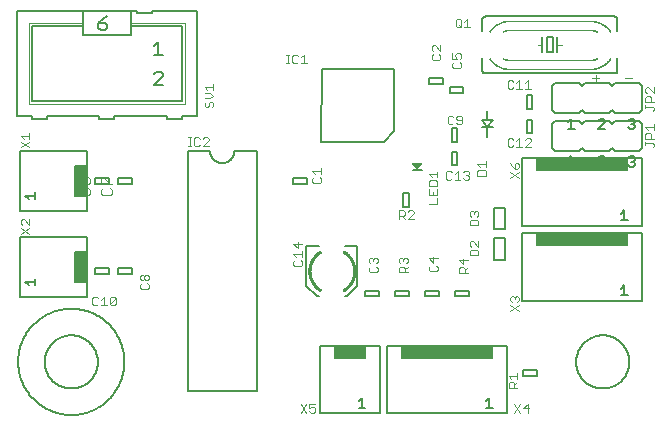
<source format=gbr>
G04 EAGLE Gerber RS-274X export*
G75*
%MOMM*%
%FSLAX34Y34*%
%LPD*%
%INSilkscreen Top*%
%IPPOS*%
%AMOC8*
5,1,8,0,0,1.08239X$1,22.5*%
G01*
%ADD10C,0.076200*%
%ADD11C,0.127000*%
%ADD12C,0.005078*%
%ADD13C,0.152400*%
%ADD14C,0.050800*%
%ADD15R,7.620000X1.016000*%
%ADD16C,0.200000*%
%ADD17R,1.016000X2.540000*%
%ADD18R,2.540000X1.016000*%
%ADD19C,0.203200*%
%ADD20C,0.020319*%

G36*
X342918Y213211D02*
X342918Y213211D01*
X342984Y213208D01*
X343029Y213222D01*
X343076Y213227D01*
X343135Y213256D01*
X343198Y213276D01*
X343242Y213309D01*
X343277Y213326D01*
X343304Y213355D01*
X343348Y213388D01*
X347158Y217198D01*
X347209Y217271D01*
X347265Y217340D01*
X347273Y217362D01*
X347287Y217382D01*
X347309Y217468D01*
X347337Y217553D01*
X347337Y217576D01*
X347343Y217599D01*
X347333Y217688D01*
X347331Y217777D01*
X347322Y217799D01*
X347319Y217822D01*
X347280Y217902D01*
X347246Y217985D01*
X347230Y218002D01*
X347220Y218024D01*
X347155Y218085D01*
X347095Y218150D01*
X347074Y218161D01*
X347057Y218177D01*
X346975Y218212D01*
X346895Y218253D01*
X346869Y218257D01*
X346850Y218265D01*
X346800Y218267D01*
X346710Y218281D01*
X339090Y218281D01*
X339002Y218265D01*
X338914Y218256D01*
X338893Y218245D01*
X338869Y218241D01*
X338792Y218196D01*
X338713Y218156D01*
X338696Y218139D01*
X338676Y218127D01*
X338620Y218058D01*
X338559Y217993D01*
X338550Y217971D01*
X338535Y217953D01*
X338506Y217868D01*
X338471Y217786D01*
X338470Y217762D01*
X338463Y217740D01*
X338465Y217651D01*
X338461Y217562D01*
X338469Y217539D01*
X338469Y217516D01*
X338503Y217433D01*
X338530Y217348D01*
X338546Y217327D01*
X338554Y217308D01*
X338588Y217271D01*
X338642Y217198D01*
X342452Y213388D01*
X342506Y213350D01*
X342553Y213305D01*
X342597Y213287D01*
X342636Y213260D01*
X342699Y213243D01*
X342760Y213218D01*
X342807Y213216D01*
X342853Y213204D01*
X342918Y213211D01*
G37*
D10*
X518700Y290040D02*
X524970Y290040D01*
X497189Y290040D02*
X490919Y290040D01*
X494054Y286905D02*
X494054Y293176D01*
D11*
X352939Y290027D02*
X352939Y285455D01*
X364623Y285455D02*
X364623Y290027D01*
X352939Y290027D01*
X352939Y285455D02*
X364623Y285455D01*
D10*
X355155Y309270D02*
X356384Y310499D01*
X355155Y309270D02*
X355155Y306813D01*
X356384Y305584D01*
X361299Y305584D01*
X362528Y306813D01*
X362528Y309270D01*
X361299Y310499D01*
X362528Y313068D02*
X362528Y317983D01*
X362528Y313068D02*
X357613Y317983D01*
X356384Y317983D01*
X355155Y316754D01*
X355155Y314297D01*
X356384Y313068D01*
D11*
X370402Y282486D02*
X370402Y277914D01*
X382086Y277914D02*
X382086Y282486D01*
X370402Y282486D01*
X370402Y277914D02*
X382086Y277914D01*
D10*
X372618Y302523D02*
X373847Y303752D01*
X372618Y302523D02*
X372618Y300066D01*
X373847Y298837D01*
X378762Y298837D01*
X379990Y300066D01*
X379990Y302523D01*
X378762Y303752D01*
X372618Y306321D02*
X372618Y311236D01*
X372618Y306321D02*
X376304Y306321D01*
X375075Y308779D01*
X375075Y310008D01*
X376304Y311236D01*
X378762Y311236D01*
X379990Y310008D01*
X379990Y307550D01*
X378762Y306321D01*
D11*
X376942Y236246D02*
X372370Y236246D01*
X372370Y247930D02*
X376942Y247930D01*
X372370Y247930D02*
X372370Y236246D01*
X376942Y236246D02*
X376942Y247930D01*
D10*
X373602Y257185D02*
X372373Y258413D01*
X369916Y258413D01*
X368687Y257185D01*
X368687Y252270D01*
X369916Y251041D01*
X372373Y251041D01*
X373602Y252270D01*
X376171Y252270D02*
X377400Y251041D01*
X379858Y251041D01*
X381086Y252270D01*
X381086Y257185D01*
X379858Y258413D01*
X377400Y258413D01*
X376171Y257185D01*
X376171Y255956D01*
X377400Y254727D01*
X381086Y254727D01*
D12*
X420907Y338849D02*
X420907Y338392D01*
X420907Y338393D02*
X420419Y338386D01*
X419932Y338368D01*
X419445Y338338D01*
X418959Y338296D01*
X418475Y338242D01*
X417991Y338176D01*
X417510Y338099D01*
X417030Y338010D01*
X416553Y337910D01*
X416078Y337798D01*
X415607Y337674D01*
X415138Y337539D01*
X414673Y337393D01*
X414211Y337235D01*
X413754Y337067D01*
X413300Y336887D01*
X412852Y336696D01*
X412408Y336495D01*
X411969Y336282D01*
X411535Y336060D01*
X411107Y335826D01*
X410684Y335583D01*
X410268Y335329D01*
X409858Y335065D01*
X409454Y334791D01*
X409057Y334508D01*
X408667Y334215D01*
X408285Y333912D01*
X407909Y333601D01*
X407542Y333280D01*
X407182Y332951D01*
X406831Y332613D01*
X406488Y332266D01*
X406153Y331912D01*
X405827Y331549D01*
X405510Y331178D01*
X405202Y330800D01*
X404903Y330415D01*
X404614Y330022D01*
X404334Y329623D01*
X403957Y329879D01*
X403956Y329880D01*
X404242Y330288D01*
X404538Y330690D01*
X404844Y331084D01*
X405159Y331471D01*
X405483Y331850D01*
X405816Y332221D01*
X406159Y332584D01*
X406510Y332938D01*
X406869Y333284D01*
X407237Y333621D01*
X407613Y333949D01*
X407997Y334267D01*
X408388Y334577D01*
X408787Y334876D01*
X409193Y335166D01*
X409606Y335446D01*
X410025Y335716D01*
X410451Y335976D01*
X410883Y336225D01*
X411321Y336463D01*
X411765Y336691D01*
X412214Y336909D01*
X412668Y337115D01*
X413127Y337310D01*
X413591Y337494D01*
X414059Y337666D01*
X414531Y337827D01*
X415007Y337977D01*
X415486Y338115D01*
X415968Y338241D01*
X416454Y338356D01*
X416942Y338459D01*
X417432Y338550D01*
X417925Y338629D01*
X418419Y338696D01*
X418915Y338751D01*
X419412Y338794D01*
X419910Y338825D01*
X420408Y338843D01*
X420907Y338850D01*
X420907Y338803D01*
X420409Y338796D01*
X419912Y338778D01*
X419415Y338747D01*
X418919Y338704D01*
X418425Y338649D01*
X417932Y338582D01*
X417440Y338503D01*
X416951Y338413D01*
X416464Y338310D01*
X415980Y338196D01*
X415498Y338070D01*
X415020Y337932D01*
X414545Y337783D01*
X414074Y337622D01*
X413607Y337450D01*
X413145Y337266D01*
X412687Y337072D01*
X412234Y336866D01*
X411786Y336649D01*
X411343Y336422D01*
X410906Y336184D01*
X410475Y335935D01*
X410050Y335676D01*
X409631Y335407D01*
X409220Y335128D01*
X408815Y334838D01*
X408417Y334539D01*
X408026Y334231D01*
X407644Y333913D01*
X407269Y333586D01*
X406902Y333250D01*
X406543Y332905D01*
X406193Y332551D01*
X405851Y332189D01*
X405518Y331819D01*
X405195Y331441D01*
X404881Y331055D01*
X404576Y330662D01*
X404281Y330261D01*
X403995Y329853D01*
X404034Y329827D01*
X404319Y330234D01*
X404613Y330633D01*
X404917Y331026D01*
X405231Y331411D01*
X405554Y331788D01*
X405886Y332157D01*
X406226Y332518D01*
X406576Y332871D01*
X406934Y333215D01*
X407300Y333551D01*
X407674Y333877D01*
X408056Y334194D01*
X408446Y334502D01*
X408842Y334800D01*
X409246Y335089D01*
X409657Y335368D01*
X410075Y335636D01*
X410499Y335895D01*
X410929Y336143D01*
X411365Y336380D01*
X411807Y336607D01*
X412254Y336823D01*
X412706Y337029D01*
X413163Y337223D01*
X413624Y337406D01*
X414090Y337578D01*
X414560Y337738D01*
X415034Y337887D01*
X415511Y338024D01*
X415991Y338150D01*
X416474Y338264D01*
X416960Y338366D01*
X417448Y338457D01*
X417938Y338536D01*
X418430Y338602D01*
X418924Y338657D01*
X419419Y338700D01*
X419914Y338731D01*
X420410Y338749D01*
X420907Y338756D01*
X420907Y338709D01*
X420411Y338702D01*
X419916Y338684D01*
X419422Y338653D01*
X418929Y338610D01*
X418436Y338556D01*
X417945Y338489D01*
X417456Y338411D01*
X416969Y338320D01*
X416484Y338218D01*
X416002Y338104D01*
X415523Y337979D01*
X415047Y337842D01*
X414575Y337693D01*
X414106Y337533D01*
X413641Y337362D01*
X413181Y337179D01*
X412725Y336986D01*
X412274Y336781D01*
X411828Y336565D01*
X411387Y336339D01*
X410952Y336102D01*
X410523Y335854D01*
X410100Y335597D01*
X409683Y335329D01*
X409273Y335050D01*
X408870Y334763D01*
X408474Y334465D01*
X408086Y334158D01*
X407704Y333841D01*
X407331Y333516D01*
X406966Y333181D01*
X406609Y332838D01*
X406260Y332486D01*
X405920Y332126D01*
X405589Y331757D01*
X405267Y331381D01*
X404954Y330997D01*
X404651Y330605D01*
X404357Y330206D01*
X404073Y329801D01*
X404112Y329774D01*
X404395Y330179D01*
X404688Y330577D01*
X404991Y330968D01*
X405303Y331351D01*
X405625Y331726D01*
X405955Y332094D01*
X406294Y332453D01*
X406642Y332804D01*
X406998Y333147D01*
X407363Y333481D01*
X407735Y333806D01*
X408115Y334121D01*
X408503Y334428D01*
X408898Y334725D01*
X409300Y335012D01*
X409709Y335289D01*
X410125Y335557D01*
X410547Y335814D01*
X410975Y336061D01*
X411409Y336297D01*
X411849Y336523D01*
X412293Y336738D01*
X412743Y336943D01*
X413198Y337136D01*
X413658Y337318D01*
X414121Y337489D01*
X414589Y337649D01*
X415061Y337797D01*
X415536Y337934D01*
X416014Y338059D01*
X416495Y338172D01*
X416978Y338274D01*
X417464Y338364D01*
X417952Y338443D01*
X418442Y338509D01*
X418933Y338564D01*
X419425Y338606D01*
X419919Y338637D01*
X420413Y338655D01*
X420907Y338662D01*
X420907Y338615D01*
X420414Y338608D01*
X419921Y338590D01*
X419429Y338559D01*
X418938Y338517D01*
X418448Y338462D01*
X417959Y338396D01*
X417472Y338318D01*
X416987Y338228D01*
X416505Y338127D01*
X416025Y338013D01*
X415548Y337888D01*
X415074Y337752D01*
X414604Y337604D01*
X414137Y337445D01*
X413675Y337274D01*
X413216Y337092D01*
X412762Y336899D01*
X412313Y336696D01*
X411869Y336481D01*
X411431Y336256D01*
X410998Y336020D01*
X410571Y335774D01*
X410150Y335517D01*
X409735Y335250D01*
X409327Y334973D01*
X408926Y334687D01*
X408532Y334391D01*
X408145Y334085D01*
X407765Y333770D01*
X407394Y333446D01*
X407030Y333113D01*
X406675Y332771D01*
X406328Y332421D01*
X405989Y332062D01*
X405660Y331695D01*
X405339Y331321D01*
X405028Y330938D01*
X404726Y330549D01*
X404433Y330152D01*
X404151Y329748D01*
X404189Y329721D01*
X404472Y330124D01*
X404763Y330520D01*
X405065Y330909D01*
X405375Y331291D01*
X405695Y331664D01*
X406024Y332030D01*
X406362Y332388D01*
X406708Y332737D01*
X407062Y333078D01*
X407425Y333411D01*
X407796Y333734D01*
X408174Y334048D01*
X408560Y334353D01*
X408954Y334649D01*
X409354Y334935D01*
X409761Y335211D01*
X410175Y335477D01*
X410595Y335733D01*
X411021Y335979D01*
X411453Y336214D01*
X411890Y336439D01*
X412333Y336653D01*
X412781Y336856D01*
X413234Y337049D01*
X413691Y337230D01*
X414153Y337400D01*
X414618Y337559D01*
X415088Y337707D01*
X415560Y337843D01*
X416036Y337968D01*
X416515Y338081D01*
X416996Y338182D01*
X417480Y338272D01*
X417966Y338350D01*
X418453Y338416D01*
X418942Y338470D01*
X419432Y338512D01*
X419923Y338543D01*
X420415Y338561D01*
X420907Y338568D01*
X420907Y338521D01*
X420416Y338514D01*
X419926Y338496D01*
X419436Y338465D01*
X418947Y338423D01*
X418459Y338369D01*
X417973Y338303D01*
X417488Y338225D01*
X417006Y338136D01*
X416525Y338035D01*
X416048Y337922D01*
X415573Y337798D01*
X415101Y337662D01*
X414633Y337515D01*
X414169Y337356D01*
X413708Y337186D01*
X413252Y337005D01*
X412800Y336813D01*
X412353Y336611D01*
X411911Y336397D01*
X411475Y336173D01*
X411044Y335938D01*
X410619Y335693D01*
X410200Y335437D01*
X409787Y335172D01*
X409381Y334896D01*
X408981Y334611D01*
X408589Y334316D01*
X408204Y334012D01*
X407826Y333698D01*
X407457Y333376D01*
X407095Y333044D01*
X406741Y332704D01*
X406396Y332355D01*
X406059Y331998D01*
X405731Y331633D01*
X405412Y331260D01*
X405102Y330880D01*
X404801Y330492D01*
X404510Y330097D01*
X404228Y329695D01*
X404267Y329668D01*
X404548Y330070D01*
X404838Y330464D01*
X405138Y330851D01*
X405448Y331230D01*
X405766Y331602D01*
X406093Y331967D01*
X406429Y332323D01*
X406774Y332670D01*
X407127Y333010D01*
X407488Y333341D01*
X407857Y333662D01*
X408234Y333975D01*
X408618Y334279D01*
X409009Y334573D01*
X409408Y334858D01*
X409813Y335132D01*
X410225Y335397D01*
X410643Y335652D01*
X411067Y335897D01*
X411497Y336131D01*
X411932Y336355D01*
X412373Y336568D01*
X412819Y336770D01*
X413270Y336962D01*
X413725Y337142D01*
X414184Y337312D01*
X414648Y337470D01*
X415115Y337617D01*
X415585Y337752D01*
X416059Y337876D01*
X416535Y337989D01*
X417015Y338090D01*
X417496Y338179D01*
X417980Y338257D01*
X418465Y338322D01*
X418951Y338376D01*
X419439Y338419D01*
X419928Y338449D01*
X420417Y338467D01*
X420907Y338474D01*
X420907Y338427D01*
X420418Y338420D01*
X419930Y338402D01*
X419443Y338372D01*
X418956Y338330D01*
X418470Y338276D01*
X417986Y338210D01*
X417504Y338133D01*
X417024Y338044D01*
X416546Y337943D01*
X416070Y337831D01*
X415598Y337707D01*
X415128Y337572D01*
X414662Y337425D01*
X414200Y337267D01*
X413742Y337098D01*
X413288Y336918D01*
X412838Y336727D01*
X412393Y336525D01*
X411953Y336313D01*
X411519Y336090D01*
X411090Y335856D01*
X410667Y335612D01*
X410250Y335358D01*
X409839Y335093D01*
X409434Y334819D01*
X409037Y334535D01*
X408646Y334242D01*
X408263Y333939D01*
X407887Y333627D01*
X407519Y333306D01*
X407159Y332976D01*
X406807Y332637D01*
X406463Y332290D01*
X406128Y331935D01*
X405801Y331571D01*
X405484Y331200D01*
X405175Y330822D01*
X404876Y330435D01*
X404586Y330042D01*
X404306Y329642D01*
D13*
X398072Y329730D02*
X398072Y339890D01*
D12*
X506487Y329879D02*
X506109Y329622D01*
X506110Y329623D02*
X505830Y330022D01*
X505541Y330415D01*
X505242Y330800D01*
X504934Y331178D01*
X504617Y331549D01*
X504291Y331912D01*
X503956Y332266D01*
X503613Y332613D01*
X503261Y332951D01*
X502902Y333280D01*
X502534Y333601D01*
X502159Y333912D01*
X501776Y334214D01*
X501387Y334507D01*
X500990Y334791D01*
X500586Y335065D01*
X500176Y335328D01*
X499760Y335582D01*
X499337Y335826D01*
X498909Y336059D01*
X498475Y336282D01*
X498036Y336494D01*
X497592Y336696D01*
X497143Y336886D01*
X496690Y337066D01*
X496232Y337235D01*
X495771Y337392D01*
X495306Y337539D01*
X494837Y337674D01*
X494365Y337797D01*
X493891Y337909D01*
X493413Y338010D01*
X492934Y338098D01*
X492452Y338176D01*
X491969Y338241D01*
X491485Y338295D01*
X490999Y338337D01*
X490512Y338367D01*
X490025Y338385D01*
X489537Y338392D01*
X489537Y338848D01*
X489537Y338849D01*
X490036Y338842D01*
X490534Y338824D01*
X491032Y338793D01*
X491529Y338750D01*
X492025Y338695D01*
X492519Y338628D01*
X493011Y338549D01*
X493502Y338458D01*
X493990Y338355D01*
X494475Y338241D01*
X494958Y338114D01*
X495437Y337976D01*
X495913Y337827D01*
X496385Y337666D01*
X496853Y337493D01*
X497317Y337309D01*
X497776Y337114D01*
X498230Y336908D01*
X498679Y336691D01*
X499123Y336463D01*
X499561Y336224D01*
X499993Y335975D01*
X500419Y335716D01*
X500838Y335446D01*
X501251Y335166D01*
X501657Y334876D01*
X502056Y334576D01*
X502447Y334267D01*
X502831Y333948D01*
X503207Y333621D01*
X503574Y333284D01*
X503934Y332938D01*
X504285Y332584D01*
X504627Y332221D01*
X504961Y331850D01*
X505285Y331471D01*
X505600Y331084D01*
X505906Y330690D01*
X506201Y330288D01*
X506488Y329880D01*
X506449Y329853D01*
X506163Y330261D01*
X505868Y330662D01*
X505563Y331055D01*
X505249Y331441D01*
X504925Y331819D01*
X504593Y332189D01*
X504251Y332551D01*
X503901Y332905D01*
X503542Y333249D01*
X503175Y333586D01*
X502800Y333913D01*
X502417Y334231D01*
X502027Y334539D01*
X501629Y334838D01*
X501224Y335127D01*
X500812Y335407D01*
X500394Y335676D01*
X499969Y335935D01*
X499538Y336183D01*
X499101Y336421D01*
X498658Y336649D01*
X498210Y336865D01*
X497757Y337071D01*
X497299Y337266D01*
X496836Y337449D01*
X496369Y337621D01*
X495898Y337782D01*
X495424Y337931D01*
X494945Y338069D01*
X494464Y338195D01*
X493980Y338309D01*
X493493Y338412D01*
X493003Y338503D01*
X492512Y338581D01*
X492019Y338648D01*
X491524Y338703D01*
X491029Y338746D01*
X490532Y338777D01*
X490035Y338795D01*
X489537Y338802D01*
X489537Y338755D01*
X490033Y338748D01*
X490530Y338730D01*
X491025Y338699D01*
X491520Y338656D01*
X492013Y338601D01*
X492505Y338535D01*
X492995Y338456D01*
X493484Y338366D01*
X493970Y338263D01*
X494453Y338149D01*
X494933Y338024D01*
X495410Y337886D01*
X495884Y337737D01*
X496354Y337577D01*
X496819Y337405D01*
X497281Y337222D01*
X497738Y337028D01*
X498190Y336823D01*
X498637Y336607D01*
X499079Y336380D01*
X499515Y336142D01*
X499945Y335894D01*
X500369Y335636D01*
X500786Y335367D01*
X501197Y335089D01*
X501601Y334800D01*
X501998Y334502D01*
X502388Y334194D01*
X502770Y333877D01*
X503144Y333551D01*
X503510Y333215D01*
X503868Y332871D01*
X504217Y332518D01*
X504558Y332157D01*
X504890Y331788D01*
X505213Y331411D01*
X505526Y331026D01*
X505831Y330633D01*
X506125Y330234D01*
X506410Y329827D01*
X506371Y329801D01*
X506087Y330206D01*
X505793Y330605D01*
X505490Y330997D01*
X505177Y331381D01*
X504855Y331757D01*
X504523Y332125D01*
X504183Y332486D01*
X503835Y332838D01*
X503478Y333181D01*
X503113Y333516D01*
X502739Y333841D01*
X502358Y334158D01*
X501969Y334465D01*
X501573Y334762D01*
X501170Y335050D01*
X500760Y335328D01*
X500344Y335596D01*
X499921Y335854D01*
X499492Y336101D01*
X499057Y336338D01*
X498616Y336565D01*
X498170Y336780D01*
X497719Y336985D01*
X497263Y337179D01*
X496803Y337361D01*
X496338Y337533D01*
X495869Y337693D01*
X495397Y337841D01*
X494921Y337978D01*
X494441Y338104D01*
X493959Y338218D01*
X493475Y338320D01*
X492988Y338410D01*
X492498Y338488D01*
X492008Y338555D01*
X491515Y338609D01*
X491022Y338652D01*
X490527Y338683D01*
X490032Y338701D01*
X489537Y338708D01*
X489537Y338661D01*
X490031Y338654D01*
X490525Y338636D01*
X491018Y338605D01*
X491511Y338563D01*
X492002Y338508D01*
X492492Y338442D01*
X492980Y338364D01*
X493465Y338273D01*
X493949Y338172D01*
X494430Y338058D01*
X494908Y337933D01*
X495383Y337796D01*
X495855Y337648D01*
X496322Y337488D01*
X496786Y337317D01*
X497245Y337135D01*
X497700Y336942D01*
X498150Y336738D01*
X498595Y336523D01*
X499035Y336297D01*
X499469Y336060D01*
X499897Y335814D01*
X500319Y335556D01*
X500735Y335289D01*
X501144Y335012D01*
X501546Y334724D01*
X501941Y334427D01*
X502329Y334121D01*
X502709Y333805D01*
X503081Y333480D01*
X503446Y333147D01*
X503802Y332804D01*
X504150Y332453D01*
X504489Y332094D01*
X504819Y331726D01*
X505141Y331351D01*
X505453Y330967D01*
X505755Y330577D01*
X506049Y330179D01*
X506332Y329774D01*
X506293Y329748D01*
X506010Y330152D01*
X505718Y330549D01*
X505416Y330938D01*
X505104Y331321D01*
X504784Y331695D01*
X504454Y332062D01*
X504116Y332420D01*
X503769Y332771D01*
X503413Y333112D01*
X503050Y333445D01*
X502678Y333770D01*
X502299Y334085D01*
X501912Y334390D01*
X501518Y334686D01*
X501117Y334973D01*
X500709Y335250D01*
X500294Y335517D01*
X499873Y335773D01*
X499446Y336019D01*
X499013Y336255D01*
X498574Y336481D01*
X498130Y336695D01*
X497681Y336899D01*
X497227Y337092D01*
X496769Y337273D01*
X496307Y337444D01*
X495840Y337603D01*
X495370Y337751D01*
X494896Y337888D01*
X494419Y338012D01*
X493939Y338126D01*
X493456Y338227D01*
X492972Y338317D01*
X492485Y338395D01*
X491996Y338462D01*
X491506Y338516D01*
X491015Y338558D01*
X490523Y338589D01*
X490030Y338607D01*
X489537Y338614D01*
X489537Y338567D01*
X490029Y338560D01*
X490520Y338542D01*
X491011Y338511D01*
X491502Y338469D01*
X491990Y338415D01*
X492478Y338349D01*
X492964Y338271D01*
X493447Y338181D01*
X493929Y338080D01*
X494407Y337967D01*
X494883Y337842D01*
X495356Y337706D01*
X495825Y337559D01*
X496291Y337400D01*
X496752Y337230D01*
X497210Y337048D01*
X497662Y336856D01*
X498110Y336653D01*
X498553Y336439D01*
X498991Y336214D01*
X499423Y335978D01*
X499849Y335733D01*
X500269Y335477D01*
X500683Y335211D01*
X501090Y334934D01*
X501490Y334649D01*
X501883Y334353D01*
X502269Y334048D01*
X502648Y333734D01*
X503018Y333410D01*
X503381Y333078D01*
X503736Y332737D01*
X504082Y332388D01*
X504420Y332030D01*
X504748Y331664D01*
X505068Y331290D01*
X505379Y330909D01*
X505680Y330520D01*
X505972Y330124D01*
X506254Y329721D01*
X506215Y329695D01*
X505934Y330097D01*
X505643Y330492D01*
X505342Y330880D01*
X505032Y331260D01*
X504713Y331633D01*
X504385Y331998D01*
X504048Y332355D01*
X503703Y332704D01*
X503349Y333044D01*
X502987Y333375D01*
X502617Y333698D01*
X502240Y334012D01*
X501855Y334316D01*
X501462Y334611D01*
X501063Y334896D01*
X500657Y335171D01*
X500244Y335437D01*
X499825Y335692D01*
X499400Y335937D01*
X498969Y336172D01*
X498532Y336396D01*
X498090Y336610D01*
X497644Y336813D01*
X497192Y337005D01*
X496736Y337186D01*
X496275Y337355D01*
X495811Y337514D01*
X495342Y337661D01*
X494871Y337797D01*
X494396Y337921D01*
X493918Y338034D01*
X493438Y338135D01*
X492956Y338225D01*
X492471Y338302D01*
X491985Y338368D01*
X491497Y338422D01*
X491008Y338465D01*
X490518Y338495D01*
X490028Y338513D01*
X489537Y338520D01*
X489537Y338473D01*
X490027Y338466D01*
X490516Y338448D01*
X491005Y338418D01*
X491492Y338376D01*
X491979Y338322D01*
X492464Y338256D01*
X492948Y338178D01*
X493429Y338089D01*
X493908Y337988D01*
X494385Y337876D01*
X494858Y337752D01*
X495329Y337616D01*
X495796Y337469D01*
X496259Y337311D01*
X496719Y337142D01*
X497174Y336961D01*
X497625Y336770D01*
X498070Y336568D01*
X498511Y336354D01*
X498947Y336131D01*
X499377Y335896D01*
X499801Y335652D01*
X500219Y335397D01*
X500631Y335132D01*
X501036Y334857D01*
X501435Y334573D01*
X501826Y334279D01*
X502210Y333975D01*
X502587Y333662D01*
X502956Y333340D01*
X503317Y333010D01*
X503670Y332670D01*
X504014Y332322D01*
X504350Y331966D01*
X504678Y331602D01*
X504996Y331230D01*
X505305Y330851D01*
X505605Y330464D01*
X505896Y330069D01*
X506177Y329668D01*
X506138Y329642D01*
X505858Y330042D01*
X505568Y330435D01*
X505269Y330821D01*
X504960Y331200D01*
X504642Y331571D01*
X504316Y331935D01*
X503981Y332290D01*
X503637Y332637D01*
X503285Y332975D01*
X502924Y333305D01*
X502556Y333626D01*
X502181Y333939D01*
X501797Y334241D01*
X501407Y334535D01*
X501009Y334819D01*
X500605Y335093D01*
X500194Y335357D01*
X499777Y335611D01*
X499354Y335855D01*
X498925Y336089D01*
X498490Y336312D01*
X498051Y336525D01*
X497606Y336727D01*
X497156Y336918D01*
X496702Y337098D01*
X496244Y337267D01*
X495781Y337425D01*
X495315Y337571D01*
X494846Y337706D01*
X494373Y337830D01*
X493898Y337942D01*
X493420Y338043D01*
X492940Y338132D01*
X492457Y338209D01*
X491973Y338275D01*
X491488Y338329D01*
X491001Y338371D01*
X490514Y338401D01*
X490025Y338419D01*
X489537Y338426D01*
D13*
X512372Y339890D02*
X512372Y329730D01*
D14*
X489512Y305600D02*
X420932Y305600D01*
X420932Y297980D02*
X489512Y297980D01*
X489512Y331000D02*
X420932Y331000D01*
D13*
X400612Y294170D02*
X509832Y294170D01*
X509932Y294172D01*
X510031Y294178D01*
X510131Y294188D01*
X510229Y294201D01*
X510328Y294219D01*
X510425Y294240D01*
X510521Y294265D01*
X510617Y294294D01*
X510711Y294327D01*
X510804Y294363D01*
X510895Y294403D01*
X510985Y294447D01*
X511073Y294494D01*
X511159Y294544D01*
X511243Y294598D01*
X511325Y294655D01*
X511404Y294715D01*
X511482Y294779D01*
X511556Y294845D01*
X511628Y294914D01*
X511697Y294986D01*
X511763Y295060D01*
X511827Y295138D01*
X511887Y295217D01*
X511944Y295299D01*
X511998Y295383D01*
X512048Y295469D01*
X512095Y295557D01*
X512139Y295647D01*
X512179Y295738D01*
X512215Y295831D01*
X512248Y295925D01*
X512277Y296021D01*
X512302Y296117D01*
X512323Y296214D01*
X512341Y296313D01*
X512354Y296411D01*
X512364Y296511D01*
X512370Y296610D01*
X512372Y296710D01*
X512372Y306870D01*
D12*
X489537Y305372D02*
X489537Y305829D01*
X489537Y305828D02*
X489831Y305832D01*
X490124Y305843D01*
X490417Y305861D01*
X490709Y305886D01*
X491001Y305917D01*
X491292Y305956D01*
X491581Y306001D01*
X491870Y306053D01*
X492158Y306112D01*
X492444Y306177D01*
X492728Y306250D01*
X493010Y306329D01*
X493291Y306414D01*
X493570Y306506D01*
X493846Y306605D01*
X494120Y306710D01*
X494391Y306822D01*
X494660Y306940D01*
X494925Y307064D01*
X495124Y306653D01*
X495125Y306653D01*
X494849Y306524D01*
X494570Y306402D01*
X494289Y306286D01*
X494005Y306177D01*
X493719Y306074D01*
X493430Y305979D01*
X493139Y305890D01*
X492846Y305808D01*
X492551Y305733D01*
X492254Y305665D01*
X491956Y305604D01*
X491657Y305550D01*
X491356Y305503D01*
X491055Y305463D01*
X490752Y305431D01*
X490449Y305405D01*
X490146Y305387D01*
X489842Y305375D01*
X489537Y305371D01*
X489537Y305418D01*
X489840Y305422D01*
X490143Y305433D01*
X490446Y305452D01*
X490748Y305477D01*
X491049Y305510D01*
X491350Y305550D01*
X491649Y305597D01*
X491948Y305650D01*
X492244Y305711D01*
X492540Y305779D01*
X492834Y305854D01*
X493126Y305935D01*
X493416Y306024D01*
X493703Y306119D01*
X493989Y306221D01*
X494272Y306330D01*
X494552Y306445D01*
X494830Y306567D01*
X495104Y306695D01*
X495084Y306737D01*
X494810Y306610D01*
X494534Y306488D01*
X494254Y306373D01*
X493972Y306265D01*
X493688Y306163D01*
X493401Y306068D01*
X493112Y305980D01*
X492822Y305899D01*
X492529Y305825D01*
X492235Y305757D01*
X491939Y305696D01*
X491641Y305643D01*
X491343Y305596D01*
X491044Y305557D01*
X490743Y305524D01*
X490443Y305499D01*
X490141Y305480D01*
X489839Y305469D01*
X489537Y305465D01*
X489537Y305512D01*
X489838Y305516D01*
X490139Y305527D01*
X490439Y305546D01*
X490739Y305571D01*
X491038Y305603D01*
X491336Y305643D01*
X491634Y305689D01*
X491930Y305743D01*
X492225Y305803D01*
X492518Y305870D01*
X492809Y305944D01*
X493099Y306025D01*
X493387Y306113D01*
X493673Y306208D01*
X493956Y306309D01*
X494237Y306417D01*
X494515Y306531D01*
X494791Y306652D01*
X495063Y306780D01*
X495043Y306822D01*
X494771Y306695D01*
X494497Y306575D01*
X494219Y306461D01*
X493940Y306353D01*
X493657Y306252D01*
X493373Y306158D01*
X493086Y306071D01*
X492797Y305990D01*
X492507Y305916D01*
X492215Y305849D01*
X491921Y305789D01*
X491626Y305736D01*
X491330Y305689D01*
X491033Y305650D01*
X490735Y305618D01*
X490436Y305593D01*
X490137Y305574D01*
X489837Y305563D01*
X489537Y305559D01*
X489537Y305606D01*
X489836Y305610D01*
X490134Y305621D01*
X490432Y305639D01*
X490730Y305665D01*
X491027Y305697D01*
X491323Y305736D01*
X491618Y305782D01*
X491912Y305835D01*
X492205Y305895D01*
X492496Y305962D01*
X492785Y306035D01*
X493073Y306116D01*
X493358Y306203D01*
X493642Y306297D01*
X493923Y306397D01*
X494202Y306504D01*
X494478Y306618D01*
X494752Y306738D01*
X495022Y306864D01*
X495002Y306907D01*
X494732Y306781D01*
X494460Y306661D01*
X494185Y306548D01*
X493907Y306441D01*
X493627Y306341D01*
X493344Y306248D01*
X493060Y306161D01*
X492773Y306081D01*
X492485Y306007D01*
X492195Y305941D01*
X491903Y305881D01*
X491610Y305828D01*
X491316Y305782D01*
X491021Y305743D01*
X490726Y305711D01*
X490429Y305686D01*
X490132Y305668D01*
X489835Y305657D01*
X489537Y305653D01*
X489537Y305700D01*
X489834Y305704D01*
X490130Y305715D01*
X490426Y305733D01*
X490721Y305758D01*
X491016Y305790D01*
X491310Y305829D01*
X491603Y305875D01*
X491894Y305927D01*
X492185Y305987D01*
X492474Y306053D01*
X492761Y306126D01*
X493046Y306206D01*
X493330Y306292D01*
X493611Y306385D01*
X493890Y306485D01*
X494167Y306591D01*
X494441Y306704D01*
X494713Y306823D01*
X494981Y306949D01*
X494961Y306991D01*
X494693Y306866D01*
X494423Y306747D01*
X494150Y306635D01*
X493874Y306529D01*
X493596Y306430D01*
X493316Y306337D01*
X493033Y306251D01*
X492749Y306171D01*
X492463Y306099D01*
X492175Y306033D01*
X491885Y305973D01*
X491595Y305921D01*
X491303Y305875D01*
X491010Y305837D01*
X490717Y305805D01*
X490422Y305780D01*
X490128Y305762D01*
X489833Y305751D01*
X489537Y305747D01*
X489537Y305794D01*
X489831Y305798D01*
X490125Y305809D01*
X490419Y305827D01*
X490712Y305852D01*
X491005Y305883D01*
X491296Y305922D01*
X491587Y305967D01*
X491877Y306020D01*
X492165Y306079D01*
X492452Y306144D01*
X492737Y306217D01*
X493020Y306296D01*
X493301Y306382D01*
X493581Y306474D01*
X493858Y306573D01*
X494132Y306679D01*
X494404Y306791D01*
X494674Y306909D01*
X494940Y307034D01*
X495124Y329947D02*
X494925Y329535D01*
X494925Y329536D02*
X494660Y329660D01*
X494391Y329778D01*
X494120Y329890D01*
X493846Y329995D01*
X493570Y330094D01*
X493291Y330186D01*
X493010Y330271D01*
X492728Y330350D01*
X492444Y330423D01*
X492158Y330488D01*
X491870Y330547D01*
X491581Y330599D01*
X491292Y330644D01*
X491001Y330683D01*
X490709Y330714D01*
X490417Y330739D01*
X490124Y330757D01*
X489831Y330768D01*
X489537Y330772D01*
X489537Y331228D01*
X489537Y331229D01*
X489842Y331225D01*
X490146Y331213D01*
X490449Y331195D01*
X490752Y331169D01*
X491055Y331137D01*
X491356Y331097D01*
X491657Y331050D01*
X491956Y330996D01*
X492254Y330935D01*
X492551Y330867D01*
X492846Y330792D01*
X493139Y330710D01*
X493430Y330621D01*
X493719Y330526D01*
X494005Y330423D01*
X494289Y330314D01*
X494570Y330198D01*
X494849Y330076D01*
X495125Y329947D01*
X495104Y329905D01*
X494830Y330033D01*
X494552Y330155D01*
X494272Y330270D01*
X493989Y330379D01*
X493703Y330481D01*
X493416Y330576D01*
X493126Y330665D01*
X492834Y330746D01*
X492540Y330821D01*
X492244Y330889D01*
X491948Y330950D01*
X491649Y331003D01*
X491350Y331050D01*
X491049Y331090D01*
X490748Y331123D01*
X490446Y331148D01*
X490143Y331167D01*
X489840Y331178D01*
X489537Y331182D01*
X489537Y331135D01*
X489839Y331131D01*
X490141Y331120D01*
X490443Y331101D01*
X490743Y331076D01*
X491044Y331043D01*
X491343Y331004D01*
X491641Y330957D01*
X491939Y330904D01*
X492235Y330843D01*
X492529Y330775D01*
X492822Y330701D01*
X493112Y330620D01*
X493401Y330532D01*
X493688Y330437D01*
X493972Y330335D01*
X494254Y330227D01*
X494534Y330112D01*
X494810Y329990D01*
X495084Y329863D01*
X495063Y329820D01*
X494791Y329948D01*
X494515Y330069D01*
X494237Y330183D01*
X493956Y330291D01*
X493673Y330392D01*
X493387Y330487D01*
X493099Y330575D01*
X492809Y330656D01*
X492518Y330730D01*
X492225Y330797D01*
X491930Y330857D01*
X491634Y330911D01*
X491336Y330957D01*
X491038Y330997D01*
X490739Y331029D01*
X490439Y331054D01*
X490139Y331073D01*
X489838Y331084D01*
X489537Y331088D01*
X489537Y331041D01*
X489837Y331037D01*
X490137Y331026D01*
X490436Y331007D01*
X490735Y330982D01*
X491033Y330950D01*
X491330Y330911D01*
X491626Y330864D01*
X491921Y330811D01*
X492215Y330751D01*
X492507Y330684D01*
X492797Y330610D01*
X493086Y330529D01*
X493373Y330442D01*
X493657Y330348D01*
X493940Y330247D01*
X494219Y330139D01*
X494497Y330025D01*
X494771Y329905D01*
X495043Y329778D01*
X495022Y329736D01*
X494752Y329862D01*
X494478Y329982D01*
X494202Y330096D01*
X493923Y330203D01*
X493642Y330303D01*
X493358Y330397D01*
X493073Y330484D01*
X492785Y330565D01*
X492496Y330638D01*
X492205Y330705D01*
X491912Y330765D01*
X491618Y330818D01*
X491323Y330864D01*
X491027Y330903D01*
X490730Y330935D01*
X490432Y330961D01*
X490134Y330979D01*
X489836Y330990D01*
X489537Y330994D01*
X489537Y330947D01*
X489835Y330943D01*
X490132Y330932D01*
X490429Y330914D01*
X490726Y330889D01*
X491021Y330857D01*
X491316Y330818D01*
X491610Y330772D01*
X491903Y330719D01*
X492195Y330659D01*
X492485Y330593D01*
X492773Y330519D01*
X493060Y330439D01*
X493344Y330352D01*
X493627Y330259D01*
X493907Y330159D01*
X494185Y330052D01*
X494460Y329939D01*
X494732Y329819D01*
X495002Y329693D01*
X494981Y329651D01*
X494713Y329777D01*
X494441Y329896D01*
X494167Y330009D01*
X493890Y330115D01*
X493611Y330215D01*
X493330Y330308D01*
X493046Y330394D01*
X492761Y330474D01*
X492474Y330547D01*
X492185Y330613D01*
X491894Y330673D01*
X491603Y330725D01*
X491310Y330771D01*
X491016Y330810D01*
X490721Y330842D01*
X490426Y330867D01*
X490130Y330885D01*
X489834Y330896D01*
X489537Y330900D01*
X489537Y330853D01*
X489833Y330849D01*
X490128Y330838D01*
X490422Y330820D01*
X490717Y330795D01*
X491010Y330763D01*
X491303Y330725D01*
X491595Y330679D01*
X491885Y330627D01*
X492175Y330567D01*
X492463Y330501D01*
X492749Y330429D01*
X493033Y330349D01*
X493316Y330263D01*
X493596Y330170D01*
X493874Y330071D01*
X494150Y329965D01*
X494423Y329853D01*
X494693Y329734D01*
X494961Y329609D01*
X494940Y329566D01*
X494674Y329691D01*
X494404Y329809D01*
X494132Y329921D01*
X493858Y330027D01*
X493581Y330126D01*
X493301Y330218D01*
X493020Y330304D01*
X492737Y330383D01*
X492452Y330456D01*
X492165Y330521D01*
X491877Y330580D01*
X491587Y330633D01*
X491296Y330678D01*
X491005Y330717D01*
X490712Y330748D01*
X490419Y330773D01*
X490125Y330791D01*
X489831Y330802D01*
X489537Y330806D01*
X489537Y297752D02*
X489537Y298209D01*
X489538Y298208D02*
X490025Y298215D01*
X490513Y298233D01*
X490999Y298263D01*
X491485Y298305D01*
X491970Y298359D01*
X492453Y298425D01*
X492935Y298502D01*
X493414Y298591D01*
X493891Y298691D01*
X494366Y298803D01*
X494837Y298927D01*
X495306Y299062D01*
X495771Y299208D01*
X496233Y299366D01*
X496690Y299534D01*
X497144Y299714D01*
X497592Y299905D01*
X498036Y300106D01*
X498475Y300319D01*
X498909Y300542D01*
X499337Y300775D01*
X499760Y301019D01*
X500176Y301272D01*
X500586Y301536D01*
X500990Y301810D01*
X501387Y302093D01*
X501777Y302386D01*
X502159Y302689D01*
X502534Y303000D01*
X502902Y303321D01*
X503261Y303650D01*
X503613Y303988D01*
X503956Y304335D01*
X504291Y304689D01*
X504617Y305052D01*
X504934Y305423D01*
X505242Y305801D01*
X505540Y306186D01*
X505830Y306579D01*
X506109Y306978D01*
X506487Y306722D01*
X506487Y306721D01*
X506201Y306313D01*
X505905Y305911D01*
X505600Y305517D01*
X505285Y305130D01*
X504961Y304751D01*
X504627Y304380D01*
X504285Y304017D01*
X503934Y303663D01*
X503574Y303317D01*
X503207Y302980D01*
X502831Y302652D01*
X502447Y302334D01*
X502056Y302025D01*
X501657Y301725D01*
X501251Y301435D01*
X500838Y301155D01*
X500419Y300885D01*
X499993Y300625D01*
X499561Y300376D01*
X499123Y300138D01*
X498679Y299910D01*
X498230Y299693D01*
X497776Y299486D01*
X497317Y299291D01*
X496853Y299108D01*
X496385Y298935D01*
X495913Y298774D01*
X495438Y298624D01*
X494958Y298486D01*
X494476Y298360D01*
X493990Y298245D01*
X493502Y298142D01*
X493012Y298051D01*
X492520Y297972D01*
X492025Y297905D01*
X491530Y297850D01*
X491033Y297807D01*
X490535Y297777D01*
X490036Y297758D01*
X489538Y297751D01*
X489538Y297798D01*
X490035Y297805D01*
X490533Y297823D01*
X491029Y297854D01*
X491525Y297897D01*
X492020Y297952D01*
X492513Y298019D01*
X493004Y298098D01*
X493493Y298188D01*
X493980Y298291D01*
X494465Y298405D01*
X494946Y298532D01*
X495424Y298669D01*
X495899Y298819D01*
X496370Y298979D01*
X496837Y299151D01*
X497299Y299335D01*
X497757Y299530D01*
X498210Y299735D01*
X498658Y299952D01*
X499101Y300179D01*
X499538Y300417D01*
X499969Y300666D01*
X500394Y300925D01*
X500812Y301194D01*
X501224Y301473D01*
X501629Y301763D01*
X502027Y302062D01*
X502417Y302370D01*
X502800Y302688D01*
X503175Y303015D01*
X503542Y303351D01*
X503901Y303696D01*
X504251Y304050D01*
X504593Y304412D01*
X504925Y304782D01*
X505249Y305160D01*
X505563Y305546D01*
X505868Y305939D01*
X506163Y306340D01*
X506448Y306748D01*
X506409Y306774D01*
X506125Y306367D01*
X505830Y305968D01*
X505526Y305575D01*
X505213Y305190D01*
X504890Y304813D01*
X504558Y304444D01*
X504217Y304083D01*
X503868Y303730D01*
X503510Y303386D01*
X503144Y303050D01*
X502770Y302724D01*
X502388Y302407D01*
X501998Y302099D01*
X501601Y301801D01*
X501197Y301512D01*
X500787Y301233D01*
X500369Y300965D01*
X499945Y300706D01*
X499515Y300458D01*
X499079Y300221D01*
X498637Y299994D01*
X498190Y299778D01*
X497738Y299573D01*
X497281Y299378D01*
X496820Y299195D01*
X496354Y299024D01*
X495884Y298863D01*
X495411Y298714D01*
X494934Y298577D01*
X494453Y298451D01*
X493970Y298337D01*
X493484Y298235D01*
X492996Y298144D01*
X492506Y298065D01*
X492014Y297999D01*
X491520Y297944D01*
X491026Y297901D01*
X490530Y297870D01*
X490034Y297852D01*
X489538Y297845D01*
X489538Y297892D01*
X490033Y297899D01*
X490528Y297917D01*
X491022Y297948D01*
X491516Y297991D01*
X492008Y298045D01*
X492499Y298112D01*
X492988Y298190D01*
X493475Y298281D01*
X493960Y298383D01*
X494442Y298497D01*
X494921Y298622D01*
X495397Y298759D01*
X495870Y298908D01*
X496338Y299068D01*
X496803Y299239D01*
X497264Y299422D01*
X497719Y299616D01*
X498171Y299820D01*
X498616Y300036D01*
X499057Y300262D01*
X499492Y300499D01*
X499921Y300747D01*
X500344Y301005D01*
X500761Y301273D01*
X501171Y301551D01*
X501574Y301839D01*
X501970Y302136D01*
X502358Y302443D01*
X502739Y302760D01*
X503113Y303085D01*
X503478Y303420D01*
X503835Y303763D01*
X504183Y304115D01*
X504523Y304476D01*
X504854Y304844D01*
X505176Y305220D01*
X505489Y305604D01*
X505793Y305996D01*
X506087Y306395D01*
X506371Y306800D01*
X506332Y306827D01*
X506048Y306422D01*
X505755Y306024D01*
X505452Y305634D01*
X505140Y305250D01*
X504819Y304875D01*
X504489Y304507D01*
X504150Y304148D01*
X503802Y303797D01*
X503446Y303454D01*
X503081Y303120D01*
X502709Y302796D01*
X502329Y302480D01*
X501941Y302173D01*
X501546Y301876D01*
X501144Y301589D01*
X500735Y301312D01*
X500319Y301044D01*
X499897Y300787D01*
X499469Y300540D01*
X499035Y300304D01*
X498595Y300078D01*
X498151Y299863D01*
X497701Y299659D01*
X497246Y299465D01*
X496786Y299283D01*
X496323Y299112D01*
X495855Y298953D01*
X495384Y298804D01*
X494909Y298667D01*
X494431Y298542D01*
X493950Y298429D01*
X493466Y298327D01*
X492980Y298237D01*
X492492Y298158D01*
X492002Y298092D01*
X491511Y298037D01*
X491019Y297995D01*
X490526Y297964D01*
X490032Y297946D01*
X489538Y297939D01*
X489538Y297986D01*
X490031Y297993D01*
X490523Y298011D01*
X491016Y298042D01*
X491507Y298084D01*
X491997Y298139D01*
X492485Y298205D01*
X492972Y298283D01*
X493457Y298373D01*
X493939Y298475D01*
X494419Y298588D01*
X494896Y298713D01*
X495370Y298849D01*
X495840Y298997D01*
X496307Y299156D01*
X496770Y299327D01*
X497228Y299509D01*
X497682Y299702D01*
X498131Y299905D01*
X498575Y300120D01*
X499013Y300345D01*
X499446Y300581D01*
X499873Y300828D01*
X500294Y301084D01*
X500709Y301351D01*
X501117Y301628D01*
X501518Y301914D01*
X501912Y302211D01*
X502299Y302516D01*
X502678Y302831D01*
X503050Y303155D01*
X503413Y303488D01*
X503769Y303830D01*
X504116Y304181D01*
X504454Y304539D01*
X504784Y304906D01*
X505104Y305280D01*
X505416Y305663D01*
X505718Y306052D01*
X506010Y306449D01*
X506293Y306853D01*
X506254Y306880D01*
X505972Y306477D01*
X505680Y306081D01*
X505379Y305692D01*
X505068Y305311D01*
X504748Y304937D01*
X504420Y304571D01*
X504082Y304213D01*
X503736Y303864D01*
X503381Y303523D01*
X503018Y303190D01*
X502648Y302867D01*
X502269Y302553D01*
X501883Y302248D01*
X501490Y301952D01*
X501090Y301666D01*
X500683Y301390D01*
X500269Y301124D01*
X499849Y300868D01*
X499423Y300622D01*
X498991Y300387D01*
X498554Y300162D01*
X498111Y299948D01*
X497663Y299745D01*
X497210Y299552D01*
X496753Y299371D01*
X496291Y299201D01*
X495826Y299042D01*
X495356Y298894D01*
X494884Y298758D01*
X494408Y298633D01*
X493929Y298520D01*
X493448Y298419D01*
X492964Y298329D01*
X492478Y298251D01*
X491991Y298185D01*
X491502Y298131D01*
X491012Y298089D01*
X490521Y298058D01*
X490030Y298040D01*
X489538Y298033D01*
X489538Y298080D01*
X490028Y298087D01*
X490519Y298105D01*
X491009Y298136D01*
X491498Y298178D01*
X491985Y298232D01*
X492472Y298298D01*
X492956Y298376D01*
X493439Y298465D01*
X493919Y298566D01*
X494397Y298679D01*
X494871Y298803D01*
X495343Y298939D01*
X495811Y299087D01*
X496276Y299245D01*
X496736Y299415D01*
X497192Y299596D01*
X497644Y299788D01*
X498091Y299991D01*
X498533Y300204D01*
X498969Y300428D01*
X499400Y300663D01*
X499825Y300908D01*
X500244Y301164D01*
X500657Y301429D01*
X501063Y301705D01*
X501462Y301990D01*
X501855Y302285D01*
X502240Y302589D01*
X502617Y302903D01*
X502987Y303225D01*
X503349Y303557D01*
X503703Y303897D01*
X504048Y304246D01*
X504385Y304603D01*
X504713Y304968D01*
X505032Y305341D01*
X505342Y305721D01*
X505643Y306109D01*
X505934Y306504D01*
X506215Y306906D01*
X506176Y306933D01*
X505896Y306532D01*
X505605Y306137D01*
X505305Y305750D01*
X504996Y305371D01*
X504678Y304999D01*
X504350Y304635D01*
X504014Y304278D01*
X503670Y303931D01*
X503317Y303591D01*
X502956Y303260D01*
X502587Y302939D01*
X502210Y302626D01*
X501826Y302322D01*
X501435Y302028D01*
X501036Y301743D01*
X500631Y301469D01*
X500219Y301204D01*
X499801Y300949D01*
X499377Y300704D01*
X498947Y300470D01*
X498512Y300246D01*
X498071Y300033D01*
X497625Y299831D01*
X497174Y299639D01*
X496719Y299459D01*
X496260Y299289D01*
X495796Y299131D01*
X495329Y298984D01*
X494859Y298849D01*
X494385Y298725D01*
X493909Y298612D01*
X493430Y298511D01*
X492948Y298422D01*
X492465Y298344D01*
X491980Y298279D01*
X491493Y298225D01*
X491005Y298182D01*
X490517Y298152D01*
X490027Y298134D01*
X489538Y298127D01*
X489538Y298174D01*
X490026Y298181D01*
X490514Y298199D01*
X491002Y298229D01*
X491488Y298271D01*
X491974Y298325D01*
X492458Y298391D01*
X492940Y298468D01*
X493421Y298557D01*
X493899Y298658D01*
X494374Y298770D01*
X494846Y298894D01*
X495316Y299029D01*
X495782Y299176D01*
X496244Y299334D01*
X496702Y299503D01*
X497157Y299683D01*
X497606Y299874D01*
X498051Y300076D01*
X498491Y300288D01*
X498925Y300512D01*
X499354Y300745D01*
X499777Y300989D01*
X500194Y301244D01*
X500605Y301508D01*
X501009Y301782D01*
X501407Y302066D01*
X501797Y302359D01*
X502181Y302662D01*
X502556Y302974D01*
X502924Y303295D01*
X503285Y303625D01*
X503637Y303964D01*
X503980Y304311D01*
X504316Y304666D01*
X504642Y305030D01*
X504960Y305401D01*
X505268Y305780D01*
X505568Y306166D01*
X505857Y306559D01*
X506137Y306959D01*
X403956Y306721D02*
X404334Y306978D01*
X404333Y306977D02*
X404613Y306578D01*
X404902Y306185D01*
X405201Y305800D01*
X405509Y305422D01*
X405826Y305051D01*
X406152Y304688D01*
X406487Y304334D01*
X406830Y303987D01*
X407182Y303649D01*
X407541Y303320D01*
X407909Y302999D01*
X408284Y302688D01*
X408667Y302386D01*
X409056Y302093D01*
X409453Y301809D01*
X409857Y301535D01*
X410267Y301272D01*
X410683Y301018D01*
X411106Y300774D01*
X411534Y300541D01*
X411968Y300318D01*
X412407Y300106D01*
X412851Y299904D01*
X413300Y299714D01*
X413753Y299534D01*
X414211Y299365D01*
X414672Y299208D01*
X415137Y299061D01*
X415606Y298926D01*
X416078Y298803D01*
X416552Y298691D01*
X417030Y298590D01*
X417509Y298502D01*
X417991Y298424D01*
X418474Y298359D01*
X418958Y298305D01*
X419444Y298263D01*
X419931Y298233D01*
X420418Y298215D01*
X420906Y298208D01*
X420906Y297752D01*
X420906Y297751D01*
X420407Y297758D01*
X419909Y297776D01*
X419411Y297807D01*
X418914Y297850D01*
X418418Y297905D01*
X417924Y297972D01*
X417432Y298051D01*
X416941Y298142D01*
X416453Y298245D01*
X415968Y298359D01*
X415485Y298486D01*
X415006Y298624D01*
X414530Y298773D01*
X414058Y298934D01*
X413590Y299107D01*
X413126Y299291D01*
X412667Y299486D01*
X412213Y299692D01*
X411764Y299909D01*
X411320Y300137D01*
X410882Y300376D01*
X410450Y300625D01*
X410024Y300884D01*
X409605Y301154D01*
X409192Y301434D01*
X408786Y301724D01*
X408387Y302024D01*
X407996Y302333D01*
X407612Y302652D01*
X407236Y302979D01*
X406869Y303316D01*
X406509Y303662D01*
X406158Y304016D01*
X405816Y304379D01*
X405482Y304750D01*
X405158Y305129D01*
X404843Y305516D01*
X404537Y305910D01*
X404242Y306312D01*
X403955Y306720D01*
X403994Y306747D01*
X404280Y306339D01*
X404575Y305938D01*
X404880Y305545D01*
X405194Y305159D01*
X405518Y304781D01*
X405850Y304411D01*
X406192Y304049D01*
X406542Y303695D01*
X406901Y303351D01*
X407268Y303014D01*
X407643Y302687D01*
X408026Y302369D01*
X408416Y302061D01*
X408814Y301762D01*
X409219Y301473D01*
X409631Y301193D01*
X410049Y300924D01*
X410474Y300665D01*
X410905Y300417D01*
X411342Y300179D01*
X411785Y299951D01*
X412233Y299735D01*
X412686Y299529D01*
X413144Y299334D01*
X413607Y299151D01*
X414074Y298979D01*
X414545Y298818D01*
X415019Y298669D01*
X415498Y298531D01*
X415979Y298405D01*
X416463Y298291D01*
X416950Y298188D01*
X417440Y298097D01*
X417931Y298019D01*
X418424Y297952D01*
X418919Y297897D01*
X419414Y297854D01*
X419911Y297823D01*
X420408Y297805D01*
X420906Y297798D01*
X420906Y297845D01*
X420410Y297852D01*
X419913Y297870D01*
X419418Y297901D01*
X418923Y297944D01*
X418430Y297999D01*
X417938Y298065D01*
X417448Y298144D01*
X416959Y298234D01*
X416473Y298337D01*
X415990Y298451D01*
X415510Y298576D01*
X415033Y298714D01*
X414559Y298863D01*
X414089Y299023D01*
X413624Y299195D01*
X413162Y299378D01*
X412705Y299572D01*
X412253Y299777D01*
X411806Y299993D01*
X411364Y300220D01*
X410928Y300458D01*
X410498Y300706D01*
X410074Y300964D01*
X409657Y301233D01*
X409246Y301511D01*
X408842Y301800D01*
X408445Y302098D01*
X408055Y302406D01*
X407673Y302723D01*
X407299Y303049D01*
X406933Y303385D01*
X406575Y303729D01*
X406226Y304082D01*
X405885Y304443D01*
X405553Y304812D01*
X405230Y305189D01*
X404917Y305574D01*
X404612Y305967D01*
X404318Y306366D01*
X404033Y306773D01*
X404072Y306799D01*
X404356Y306394D01*
X404650Y305995D01*
X404953Y305603D01*
X405266Y305219D01*
X405588Y304843D01*
X405920Y304475D01*
X406260Y304114D01*
X406608Y303762D01*
X406965Y303419D01*
X407330Y303084D01*
X407704Y302759D01*
X408085Y302442D01*
X408474Y302135D01*
X408870Y301838D01*
X409273Y301550D01*
X409683Y301272D01*
X410099Y301004D01*
X410522Y300746D01*
X410951Y300499D01*
X411386Y300262D01*
X411827Y300035D01*
X412273Y299820D01*
X412724Y299615D01*
X413180Y299421D01*
X413640Y299239D01*
X414105Y299067D01*
X414574Y298907D01*
X415046Y298759D01*
X415522Y298622D01*
X416002Y298496D01*
X416484Y298382D01*
X416968Y298280D01*
X417455Y298190D01*
X417945Y298112D01*
X418435Y298045D01*
X418928Y297991D01*
X419421Y297948D01*
X419916Y297917D01*
X420411Y297899D01*
X420906Y297892D01*
X420906Y297939D01*
X420412Y297946D01*
X419918Y297964D01*
X419425Y297995D01*
X418932Y298037D01*
X418441Y298092D01*
X417951Y298158D01*
X417463Y298236D01*
X416978Y298327D01*
X416494Y298428D01*
X416013Y298542D01*
X415535Y298667D01*
X415060Y298804D01*
X414588Y298952D01*
X414121Y299112D01*
X413657Y299283D01*
X413198Y299465D01*
X412743Y299658D01*
X412293Y299862D01*
X411848Y300077D01*
X411408Y300303D01*
X410974Y300540D01*
X410546Y300786D01*
X410124Y301044D01*
X409708Y301311D01*
X409299Y301588D01*
X408897Y301876D01*
X408502Y302173D01*
X408114Y302479D01*
X407734Y302795D01*
X407362Y303120D01*
X406997Y303453D01*
X406641Y303796D01*
X406293Y304147D01*
X405954Y304506D01*
X405624Y304874D01*
X405302Y305249D01*
X404990Y305633D01*
X404688Y306023D01*
X404394Y306421D01*
X404111Y306826D01*
X404150Y306852D01*
X404433Y306448D01*
X404725Y306051D01*
X405027Y305662D01*
X405339Y305279D01*
X405659Y304905D01*
X405989Y304538D01*
X406327Y304180D01*
X406674Y303829D01*
X407030Y303488D01*
X407393Y303155D01*
X407765Y302830D01*
X408144Y302515D01*
X408531Y302210D01*
X408925Y301914D01*
X409326Y301627D01*
X409734Y301350D01*
X410149Y301083D01*
X410570Y300827D01*
X410997Y300581D01*
X411430Y300345D01*
X411869Y300119D01*
X412313Y299905D01*
X412762Y299701D01*
X413216Y299508D01*
X413674Y299327D01*
X414136Y299156D01*
X414603Y298997D01*
X415073Y298849D01*
X415547Y298712D01*
X416024Y298588D01*
X416504Y298474D01*
X416987Y298373D01*
X417471Y298283D01*
X417958Y298205D01*
X418447Y298138D01*
X418937Y298084D01*
X419428Y298042D01*
X419920Y298011D01*
X420413Y297993D01*
X420906Y297986D01*
X420906Y298033D01*
X420414Y298040D01*
X419923Y298058D01*
X419432Y298089D01*
X418941Y298131D01*
X418453Y298185D01*
X417965Y298251D01*
X417479Y298329D01*
X416996Y298419D01*
X416514Y298520D01*
X416036Y298633D01*
X415560Y298758D01*
X415087Y298894D01*
X414618Y299041D01*
X414152Y299200D01*
X413691Y299370D01*
X413233Y299552D01*
X412781Y299744D01*
X412333Y299947D01*
X411890Y300161D01*
X411452Y300386D01*
X411020Y300622D01*
X410594Y300867D01*
X410174Y301123D01*
X409760Y301389D01*
X409353Y301666D01*
X408953Y301951D01*
X408560Y302247D01*
X408174Y302552D01*
X407795Y302866D01*
X407425Y303190D01*
X407062Y303522D01*
X406707Y303863D01*
X406361Y304212D01*
X406023Y304570D01*
X405695Y304936D01*
X405375Y305310D01*
X405064Y305691D01*
X404763Y306080D01*
X404471Y306476D01*
X404189Y306879D01*
X404228Y306905D01*
X404509Y306503D01*
X404800Y306108D01*
X405101Y305720D01*
X405411Y305340D01*
X405730Y304967D01*
X406058Y304602D01*
X406395Y304245D01*
X406740Y303896D01*
X407094Y303556D01*
X407456Y303225D01*
X407826Y302902D01*
X408203Y302588D01*
X408588Y302284D01*
X408981Y301989D01*
X409380Y301704D01*
X409786Y301429D01*
X410199Y301163D01*
X410618Y300908D01*
X411043Y300663D01*
X411474Y300428D01*
X411911Y300204D01*
X412353Y299990D01*
X412799Y299787D01*
X413251Y299595D01*
X413707Y299414D01*
X414168Y299245D01*
X414632Y299086D01*
X415101Y298939D01*
X415572Y298803D01*
X416047Y298679D01*
X416525Y298566D01*
X417005Y298465D01*
X417487Y298375D01*
X417972Y298298D01*
X418458Y298232D01*
X418946Y298178D01*
X419435Y298135D01*
X419925Y298105D01*
X420415Y298087D01*
X420906Y298080D01*
X420906Y298127D01*
X420416Y298134D01*
X419927Y298152D01*
X419438Y298182D01*
X418951Y298224D01*
X418464Y298278D01*
X417979Y298344D01*
X417495Y298422D01*
X417014Y298511D01*
X416535Y298612D01*
X416058Y298724D01*
X415585Y298848D01*
X415114Y298984D01*
X414647Y299131D01*
X414184Y299289D01*
X413724Y299458D01*
X413269Y299639D01*
X412818Y299830D01*
X412373Y300032D01*
X411932Y300246D01*
X411496Y300469D01*
X411066Y300704D01*
X410642Y300948D01*
X410224Y301203D01*
X409812Y301468D01*
X409407Y301743D01*
X409008Y302027D01*
X408617Y302321D01*
X408233Y302625D01*
X407856Y302938D01*
X407487Y303260D01*
X407126Y303590D01*
X406773Y303930D01*
X406429Y304278D01*
X406093Y304634D01*
X405765Y304998D01*
X405447Y305370D01*
X405138Y305749D01*
X404838Y306136D01*
X404547Y306531D01*
X404266Y306932D01*
X404305Y306958D01*
X404585Y306558D01*
X404875Y306165D01*
X405174Y305779D01*
X405483Y305400D01*
X405801Y305029D01*
X406127Y304665D01*
X406462Y304310D01*
X406806Y303963D01*
X407158Y303625D01*
X407519Y303295D01*
X407887Y302974D01*
X408262Y302661D01*
X408646Y302359D01*
X409036Y302065D01*
X409434Y301781D01*
X409838Y301507D01*
X410249Y301243D01*
X410666Y300989D01*
X411089Y300745D01*
X411518Y300511D01*
X411953Y300288D01*
X412392Y300075D01*
X412837Y299873D01*
X413287Y299682D01*
X413741Y299502D01*
X414199Y299333D01*
X414662Y299175D01*
X415128Y299029D01*
X415597Y298894D01*
X416070Y298770D01*
X416545Y298658D01*
X417023Y298557D01*
X417503Y298468D01*
X417986Y298391D01*
X418470Y298325D01*
X418955Y298271D01*
X419442Y298229D01*
X419929Y298199D01*
X420418Y298181D01*
X420906Y298174D01*
X415320Y306653D02*
X415519Y307065D01*
X415519Y307064D02*
X415784Y306940D01*
X416053Y306822D01*
X416324Y306710D01*
X416598Y306605D01*
X416874Y306506D01*
X417153Y306414D01*
X417434Y306329D01*
X417716Y306250D01*
X418000Y306177D01*
X418286Y306112D01*
X418574Y306053D01*
X418863Y306001D01*
X419152Y305956D01*
X419443Y305917D01*
X419735Y305886D01*
X420027Y305861D01*
X420320Y305843D01*
X420613Y305832D01*
X420907Y305828D01*
X420907Y305372D01*
X420907Y305371D01*
X420602Y305375D01*
X420298Y305387D01*
X419995Y305405D01*
X419692Y305431D01*
X419389Y305463D01*
X419088Y305503D01*
X418787Y305550D01*
X418488Y305604D01*
X418190Y305665D01*
X417893Y305733D01*
X417598Y305808D01*
X417305Y305890D01*
X417014Y305979D01*
X416725Y306074D01*
X416439Y306177D01*
X416155Y306286D01*
X415874Y306402D01*
X415595Y306524D01*
X415319Y306653D01*
X415340Y306695D01*
X415614Y306567D01*
X415892Y306445D01*
X416172Y306330D01*
X416455Y306221D01*
X416741Y306119D01*
X417028Y306024D01*
X417318Y305935D01*
X417610Y305854D01*
X417904Y305779D01*
X418200Y305711D01*
X418496Y305650D01*
X418795Y305597D01*
X419094Y305550D01*
X419395Y305510D01*
X419696Y305477D01*
X419998Y305452D01*
X420301Y305433D01*
X420604Y305422D01*
X420907Y305418D01*
X420907Y305465D01*
X420605Y305469D01*
X420303Y305480D01*
X420001Y305499D01*
X419701Y305524D01*
X419400Y305557D01*
X419101Y305596D01*
X418803Y305643D01*
X418505Y305696D01*
X418209Y305757D01*
X417915Y305825D01*
X417622Y305899D01*
X417332Y305980D01*
X417043Y306068D01*
X416756Y306163D01*
X416472Y306265D01*
X416190Y306373D01*
X415910Y306488D01*
X415634Y306610D01*
X415360Y306737D01*
X415381Y306780D01*
X415653Y306652D01*
X415929Y306531D01*
X416207Y306417D01*
X416488Y306309D01*
X416771Y306208D01*
X417057Y306113D01*
X417345Y306025D01*
X417635Y305944D01*
X417926Y305870D01*
X418219Y305803D01*
X418514Y305743D01*
X418810Y305689D01*
X419108Y305643D01*
X419406Y305603D01*
X419705Y305571D01*
X420005Y305546D01*
X420305Y305527D01*
X420606Y305516D01*
X420907Y305512D01*
X420907Y305559D01*
X420607Y305563D01*
X420307Y305574D01*
X420008Y305593D01*
X419709Y305618D01*
X419411Y305650D01*
X419114Y305689D01*
X418818Y305736D01*
X418523Y305789D01*
X418229Y305849D01*
X417937Y305916D01*
X417647Y305990D01*
X417358Y306071D01*
X417071Y306158D01*
X416787Y306252D01*
X416504Y306353D01*
X416225Y306461D01*
X415947Y306575D01*
X415673Y306695D01*
X415401Y306822D01*
X415422Y306864D01*
X415692Y306738D01*
X415966Y306618D01*
X416242Y306504D01*
X416521Y306397D01*
X416802Y306297D01*
X417086Y306203D01*
X417371Y306116D01*
X417659Y306035D01*
X417948Y305962D01*
X418239Y305895D01*
X418532Y305835D01*
X418826Y305782D01*
X419121Y305736D01*
X419417Y305697D01*
X419714Y305665D01*
X420012Y305639D01*
X420310Y305621D01*
X420608Y305610D01*
X420907Y305606D01*
X420907Y305653D01*
X420609Y305657D01*
X420312Y305668D01*
X420015Y305686D01*
X419718Y305711D01*
X419423Y305743D01*
X419128Y305782D01*
X418834Y305828D01*
X418541Y305881D01*
X418249Y305941D01*
X417959Y306007D01*
X417671Y306081D01*
X417384Y306161D01*
X417100Y306248D01*
X416817Y306341D01*
X416537Y306441D01*
X416259Y306548D01*
X415984Y306661D01*
X415712Y306781D01*
X415442Y306907D01*
X415463Y306949D01*
X415731Y306823D01*
X416003Y306704D01*
X416277Y306591D01*
X416554Y306485D01*
X416833Y306385D01*
X417114Y306292D01*
X417398Y306206D01*
X417683Y306126D01*
X417970Y306053D01*
X418259Y305987D01*
X418550Y305927D01*
X418841Y305875D01*
X419134Y305829D01*
X419428Y305790D01*
X419723Y305758D01*
X420018Y305733D01*
X420314Y305715D01*
X420610Y305704D01*
X420907Y305700D01*
X420907Y305747D01*
X420611Y305751D01*
X420316Y305762D01*
X420022Y305780D01*
X419727Y305805D01*
X419434Y305837D01*
X419141Y305875D01*
X418849Y305921D01*
X418559Y305973D01*
X418269Y306033D01*
X417981Y306099D01*
X417695Y306171D01*
X417411Y306251D01*
X417128Y306337D01*
X416848Y306430D01*
X416570Y306529D01*
X416294Y306635D01*
X416021Y306747D01*
X415751Y306866D01*
X415483Y306991D01*
X415504Y307034D01*
X415770Y306909D01*
X416040Y306791D01*
X416312Y306679D01*
X416586Y306573D01*
X416863Y306474D01*
X417143Y306382D01*
X417424Y306296D01*
X417707Y306217D01*
X417992Y306144D01*
X418279Y306079D01*
X418567Y306020D01*
X418857Y305967D01*
X419148Y305922D01*
X419439Y305883D01*
X419732Y305852D01*
X420025Y305827D01*
X420319Y305809D01*
X420613Y305798D01*
X420907Y305794D01*
X420907Y331228D02*
X420907Y330771D01*
X420907Y330772D02*
X420613Y330768D01*
X420320Y330757D01*
X420027Y330739D01*
X419735Y330714D01*
X419443Y330683D01*
X419152Y330644D01*
X418863Y330599D01*
X418574Y330547D01*
X418286Y330488D01*
X418000Y330423D01*
X417716Y330350D01*
X417434Y330271D01*
X417153Y330186D01*
X416874Y330094D01*
X416598Y329995D01*
X416324Y329890D01*
X416053Y329778D01*
X415784Y329660D01*
X415519Y329536D01*
X415320Y329947D01*
X415319Y329947D01*
X415595Y330076D01*
X415874Y330198D01*
X416155Y330314D01*
X416439Y330423D01*
X416725Y330526D01*
X417014Y330621D01*
X417305Y330710D01*
X417598Y330792D01*
X417893Y330867D01*
X418190Y330935D01*
X418488Y330996D01*
X418787Y331050D01*
X419088Y331097D01*
X419389Y331137D01*
X419692Y331169D01*
X419995Y331195D01*
X420298Y331213D01*
X420602Y331225D01*
X420907Y331229D01*
X420907Y331182D01*
X420604Y331178D01*
X420301Y331167D01*
X419998Y331148D01*
X419696Y331123D01*
X419395Y331090D01*
X419094Y331050D01*
X418795Y331003D01*
X418496Y330950D01*
X418200Y330889D01*
X417904Y330821D01*
X417610Y330746D01*
X417318Y330665D01*
X417028Y330576D01*
X416741Y330481D01*
X416455Y330379D01*
X416172Y330270D01*
X415892Y330155D01*
X415614Y330033D01*
X415340Y329905D01*
X415360Y329863D01*
X415634Y329990D01*
X415910Y330112D01*
X416190Y330227D01*
X416472Y330335D01*
X416756Y330437D01*
X417043Y330532D01*
X417332Y330620D01*
X417622Y330701D01*
X417915Y330775D01*
X418209Y330843D01*
X418505Y330904D01*
X418803Y330957D01*
X419101Y331004D01*
X419400Y331043D01*
X419701Y331076D01*
X420001Y331101D01*
X420303Y331120D01*
X420605Y331131D01*
X420907Y331135D01*
X420907Y331088D01*
X420606Y331084D01*
X420305Y331073D01*
X420005Y331054D01*
X419705Y331029D01*
X419406Y330997D01*
X419108Y330957D01*
X418810Y330911D01*
X418514Y330857D01*
X418219Y330797D01*
X417926Y330730D01*
X417635Y330656D01*
X417345Y330575D01*
X417057Y330487D01*
X416771Y330392D01*
X416488Y330291D01*
X416207Y330183D01*
X415929Y330069D01*
X415653Y329948D01*
X415381Y329820D01*
X415401Y329778D01*
X415673Y329905D01*
X415947Y330025D01*
X416225Y330139D01*
X416504Y330247D01*
X416787Y330348D01*
X417071Y330442D01*
X417358Y330529D01*
X417647Y330610D01*
X417937Y330684D01*
X418229Y330751D01*
X418523Y330811D01*
X418818Y330864D01*
X419114Y330911D01*
X419411Y330950D01*
X419709Y330982D01*
X420008Y331007D01*
X420307Y331026D01*
X420607Y331037D01*
X420907Y331041D01*
X420907Y330994D01*
X420608Y330990D01*
X420310Y330979D01*
X420012Y330961D01*
X419714Y330935D01*
X419417Y330903D01*
X419121Y330864D01*
X418826Y330818D01*
X418532Y330765D01*
X418239Y330705D01*
X417948Y330638D01*
X417659Y330565D01*
X417371Y330484D01*
X417086Y330397D01*
X416802Y330303D01*
X416521Y330203D01*
X416242Y330096D01*
X415966Y329982D01*
X415692Y329862D01*
X415422Y329736D01*
X415442Y329693D01*
X415712Y329819D01*
X415984Y329939D01*
X416259Y330052D01*
X416537Y330159D01*
X416817Y330259D01*
X417100Y330352D01*
X417384Y330439D01*
X417671Y330519D01*
X417959Y330593D01*
X418249Y330659D01*
X418541Y330719D01*
X418834Y330772D01*
X419128Y330818D01*
X419423Y330857D01*
X419718Y330889D01*
X420015Y330914D01*
X420312Y330932D01*
X420609Y330943D01*
X420907Y330947D01*
X420907Y330900D01*
X420610Y330896D01*
X420314Y330885D01*
X420018Y330867D01*
X419723Y330842D01*
X419428Y330810D01*
X419134Y330771D01*
X418841Y330725D01*
X418550Y330673D01*
X418259Y330613D01*
X417970Y330547D01*
X417683Y330474D01*
X417398Y330394D01*
X417114Y330308D01*
X416833Y330215D01*
X416554Y330115D01*
X416277Y330009D01*
X416003Y329896D01*
X415731Y329777D01*
X415463Y329651D01*
X415483Y329609D01*
X415751Y329734D01*
X416021Y329853D01*
X416294Y329965D01*
X416570Y330071D01*
X416848Y330170D01*
X417128Y330263D01*
X417411Y330349D01*
X417695Y330429D01*
X417981Y330501D01*
X418269Y330567D01*
X418559Y330627D01*
X418849Y330679D01*
X419141Y330725D01*
X419434Y330763D01*
X419727Y330795D01*
X420022Y330820D01*
X420316Y330838D01*
X420611Y330849D01*
X420907Y330853D01*
X420907Y330806D01*
X420613Y330802D01*
X420319Y330791D01*
X420025Y330773D01*
X419732Y330748D01*
X419439Y330717D01*
X419148Y330678D01*
X418857Y330633D01*
X418567Y330580D01*
X418279Y330521D01*
X417992Y330456D01*
X417707Y330383D01*
X417424Y330304D01*
X417143Y330218D01*
X416863Y330126D01*
X416586Y330027D01*
X416312Y329921D01*
X416040Y329809D01*
X415770Y329691D01*
X415504Y329566D01*
D13*
X398072Y306870D02*
X398072Y296710D01*
X398074Y296610D01*
X398080Y296511D01*
X398090Y296411D01*
X398103Y296313D01*
X398121Y296214D01*
X398142Y296117D01*
X398167Y296021D01*
X398196Y295925D01*
X398229Y295831D01*
X398265Y295738D01*
X398305Y295647D01*
X398349Y295557D01*
X398396Y295469D01*
X398446Y295383D01*
X398500Y295299D01*
X398557Y295217D01*
X398617Y295138D01*
X398681Y295060D01*
X398747Y294986D01*
X398816Y294914D01*
X398888Y294845D01*
X398962Y294779D01*
X399040Y294715D01*
X399119Y294655D01*
X399201Y294598D01*
X399285Y294544D01*
X399371Y294494D01*
X399459Y294447D01*
X399549Y294403D01*
X399640Y294363D01*
X399733Y294327D01*
X399827Y294294D01*
X399923Y294265D01*
X400019Y294240D01*
X400116Y294219D01*
X400215Y294201D01*
X400313Y294188D01*
X400413Y294178D01*
X400512Y294172D01*
X400612Y294170D01*
D14*
X420932Y338620D02*
X489512Y338620D01*
D13*
X509832Y342430D02*
X400612Y342430D01*
X509832Y342430D02*
X509932Y342428D01*
X510031Y342422D01*
X510131Y342412D01*
X510229Y342399D01*
X510328Y342381D01*
X510425Y342360D01*
X510521Y342335D01*
X510617Y342306D01*
X510711Y342273D01*
X510804Y342237D01*
X510895Y342197D01*
X510985Y342153D01*
X511073Y342106D01*
X511159Y342056D01*
X511243Y342002D01*
X511325Y341945D01*
X511404Y341885D01*
X511482Y341821D01*
X511556Y341755D01*
X511628Y341686D01*
X511697Y341614D01*
X511763Y341540D01*
X511827Y341462D01*
X511887Y341383D01*
X511944Y341301D01*
X511998Y341217D01*
X512048Y341131D01*
X512095Y341043D01*
X512139Y340953D01*
X512179Y340862D01*
X512215Y340769D01*
X512248Y340675D01*
X512277Y340579D01*
X512302Y340483D01*
X512323Y340386D01*
X512341Y340287D01*
X512354Y340189D01*
X512364Y340089D01*
X512370Y339990D01*
X512372Y339890D01*
X400612Y342430D02*
X400512Y342428D01*
X400413Y342422D01*
X400313Y342412D01*
X400215Y342399D01*
X400116Y342381D01*
X400019Y342360D01*
X399923Y342335D01*
X399827Y342306D01*
X399733Y342273D01*
X399640Y342237D01*
X399549Y342197D01*
X399459Y342153D01*
X399371Y342106D01*
X399285Y342056D01*
X399201Y342002D01*
X399119Y341945D01*
X399040Y341885D01*
X398962Y341821D01*
X398888Y341755D01*
X398816Y341686D01*
X398747Y341614D01*
X398681Y341540D01*
X398617Y341462D01*
X398557Y341383D01*
X398500Y341301D01*
X398446Y341217D01*
X398396Y341131D01*
X398349Y341043D01*
X398305Y340953D01*
X398265Y340862D01*
X398229Y340769D01*
X398196Y340675D01*
X398167Y340579D01*
X398142Y340483D01*
X398121Y340386D01*
X398103Y340287D01*
X398090Y340189D01*
X398080Y340089D01*
X398074Y339990D01*
X398072Y339890D01*
X452682Y324650D02*
X452682Y311950D01*
X457762Y311950D01*
X457762Y324650D01*
X452682Y324650D01*
X448872Y324650D02*
X448872Y318300D01*
X448872Y311950D01*
D14*
X448872Y318300D02*
X445062Y318300D01*
D13*
X461572Y318300D02*
X461572Y324650D01*
X461572Y318300D02*
X461572Y311950D01*
D14*
X461572Y318300D02*
X465382Y318300D01*
D10*
X375434Y334356D02*
X375434Y339271D01*
X376663Y340500D01*
X379120Y340500D01*
X380349Y339271D01*
X380349Y334356D01*
X379120Y333127D01*
X376663Y333127D01*
X375434Y334356D01*
X377892Y335585D02*
X380349Y333127D01*
X382918Y338042D02*
X385376Y340500D01*
X385376Y333127D01*
X387833Y333127D02*
X382918Y333127D01*
D13*
X431800Y158750D02*
X444500Y158750D01*
X520700Y158750D01*
X533400Y158750D01*
X520700Y158750D02*
X520700Y148590D01*
X533400Y158750D02*
X533400Y101600D01*
X431800Y101600D01*
X444500Y148590D02*
X444500Y158750D01*
X431800Y158750D02*
X431800Y101600D01*
X444500Y148590D02*
X520700Y148590D01*
D11*
X518397Y114942D02*
X515516Y112061D01*
X518397Y114942D02*
X518397Y106299D01*
X515516Y106299D02*
X521278Y106299D01*
D15*
X482600Y153670D03*
D10*
X429038Y98165D02*
X421665Y93250D01*
X421665Y98165D02*
X429038Y93250D01*
X422894Y100734D02*
X421665Y101963D01*
X421665Y104420D01*
X422894Y105649D01*
X424123Y105649D01*
X425352Y104420D01*
X425352Y103191D01*
X425352Y104420D02*
X426580Y105649D01*
X427809Y105649D01*
X429038Y104420D01*
X429038Y101963D01*
X427809Y100734D01*
D16*
X314490Y236385D02*
X261785Y236385D01*
X262420Y297980D01*
X323380Y297980D01*
X323380Y245275D01*
X314490Y236385D01*
D10*
X234620Y302806D02*
X232162Y302806D01*
X233391Y302806D02*
X233391Y310178D01*
X232162Y310178D02*
X234620Y310178D01*
X240838Y310178D02*
X242067Y308950D01*
X240838Y310178D02*
X238380Y310178D01*
X237152Y308950D01*
X237152Y304035D01*
X238380Y302806D01*
X240838Y302806D01*
X242067Y304035D01*
X244636Y307721D02*
X247093Y310178D01*
X247093Y302806D01*
X244636Y302806D02*
X249551Y302806D01*
D13*
X477500Y50000D02*
X477507Y50552D01*
X477527Y51104D01*
X477561Y51655D01*
X477608Y52205D01*
X477669Y52754D01*
X477744Y53301D01*
X477831Y53847D01*
X477932Y54390D01*
X478047Y54930D01*
X478174Y55467D01*
X478315Y56001D01*
X478469Y56531D01*
X478636Y57058D01*
X478815Y57580D01*
X479008Y58098D01*
X479213Y58610D01*
X479430Y59118D01*
X479660Y59620D01*
X479902Y60116D01*
X480157Y60606D01*
X480423Y61090D01*
X480701Y61567D01*
X480991Y62037D01*
X481292Y62500D01*
X481604Y62956D01*
X481928Y63403D01*
X482262Y63843D01*
X482607Y64274D01*
X482963Y64696D01*
X483329Y65110D01*
X483704Y65515D01*
X484090Y65910D01*
X484485Y66296D01*
X484890Y66671D01*
X485304Y67037D01*
X485726Y67393D01*
X486157Y67738D01*
X486597Y68072D01*
X487044Y68396D01*
X487500Y68708D01*
X487963Y69009D01*
X488433Y69299D01*
X488910Y69577D01*
X489394Y69843D01*
X489884Y70098D01*
X490380Y70340D01*
X490882Y70570D01*
X491390Y70787D01*
X491902Y70992D01*
X492420Y71185D01*
X492942Y71364D01*
X493469Y71531D01*
X493999Y71685D01*
X494533Y71826D01*
X495070Y71953D01*
X495610Y72068D01*
X496153Y72169D01*
X496699Y72256D01*
X497246Y72331D01*
X497795Y72392D01*
X498345Y72439D01*
X498896Y72473D01*
X499448Y72493D01*
X500000Y72500D01*
X500552Y72493D01*
X501104Y72473D01*
X501655Y72439D01*
X502205Y72392D01*
X502754Y72331D01*
X503301Y72256D01*
X503847Y72169D01*
X504390Y72068D01*
X504930Y71953D01*
X505467Y71826D01*
X506001Y71685D01*
X506531Y71531D01*
X507058Y71364D01*
X507580Y71185D01*
X508098Y70992D01*
X508610Y70787D01*
X509118Y70570D01*
X509620Y70340D01*
X510116Y70098D01*
X510606Y69843D01*
X511090Y69577D01*
X511567Y69299D01*
X512037Y69009D01*
X512500Y68708D01*
X512956Y68396D01*
X513403Y68072D01*
X513843Y67738D01*
X514274Y67393D01*
X514696Y67037D01*
X515110Y66671D01*
X515515Y66296D01*
X515910Y65910D01*
X516296Y65515D01*
X516671Y65110D01*
X517037Y64696D01*
X517393Y64274D01*
X517738Y63843D01*
X518072Y63403D01*
X518396Y62956D01*
X518708Y62500D01*
X519009Y62037D01*
X519299Y61567D01*
X519577Y61090D01*
X519843Y60606D01*
X520098Y60116D01*
X520340Y59620D01*
X520570Y59118D01*
X520787Y58610D01*
X520992Y58098D01*
X521185Y57580D01*
X521364Y57058D01*
X521531Y56531D01*
X521685Y56001D01*
X521826Y55467D01*
X521953Y54930D01*
X522068Y54390D01*
X522169Y53847D01*
X522256Y53301D01*
X522331Y52754D01*
X522392Y52205D01*
X522439Y51655D01*
X522473Y51104D01*
X522493Y50552D01*
X522500Y50000D01*
X522493Y49448D01*
X522473Y48896D01*
X522439Y48345D01*
X522392Y47795D01*
X522331Y47246D01*
X522256Y46699D01*
X522169Y46153D01*
X522068Y45610D01*
X521953Y45070D01*
X521826Y44533D01*
X521685Y43999D01*
X521531Y43469D01*
X521364Y42942D01*
X521185Y42420D01*
X520992Y41902D01*
X520787Y41390D01*
X520570Y40882D01*
X520340Y40380D01*
X520098Y39884D01*
X519843Y39394D01*
X519577Y38910D01*
X519299Y38433D01*
X519009Y37963D01*
X518708Y37500D01*
X518396Y37044D01*
X518072Y36597D01*
X517738Y36157D01*
X517393Y35726D01*
X517037Y35304D01*
X516671Y34890D01*
X516296Y34485D01*
X515910Y34090D01*
X515515Y33704D01*
X515110Y33329D01*
X514696Y32963D01*
X514274Y32607D01*
X513843Y32262D01*
X513403Y31928D01*
X512956Y31604D01*
X512500Y31292D01*
X512037Y30991D01*
X511567Y30701D01*
X511090Y30423D01*
X510606Y30157D01*
X510116Y29902D01*
X509620Y29660D01*
X509118Y29430D01*
X508610Y29213D01*
X508098Y29008D01*
X507580Y28815D01*
X507058Y28636D01*
X506531Y28469D01*
X506001Y28315D01*
X505467Y28174D01*
X504930Y28047D01*
X504390Y27932D01*
X503847Y27831D01*
X503301Y27744D01*
X502754Y27669D01*
X502205Y27608D01*
X501655Y27561D01*
X501104Y27527D01*
X500552Y27507D01*
X500000Y27500D01*
X499448Y27507D01*
X498896Y27527D01*
X498345Y27561D01*
X497795Y27608D01*
X497246Y27669D01*
X496699Y27744D01*
X496153Y27831D01*
X495610Y27932D01*
X495070Y28047D01*
X494533Y28174D01*
X493999Y28315D01*
X493469Y28469D01*
X492942Y28636D01*
X492420Y28815D01*
X491902Y29008D01*
X491390Y29213D01*
X490882Y29430D01*
X490380Y29660D01*
X489884Y29902D01*
X489394Y30157D01*
X488910Y30423D01*
X488433Y30701D01*
X487963Y30991D01*
X487500Y31292D01*
X487044Y31604D01*
X486597Y31928D01*
X486157Y32262D01*
X485726Y32607D01*
X485304Y32963D01*
X484890Y33329D01*
X484485Y33704D01*
X484090Y34090D01*
X483704Y34485D01*
X483329Y34890D01*
X482963Y35304D01*
X482607Y35726D01*
X482262Y36157D01*
X481928Y36597D01*
X481604Y37044D01*
X481292Y37500D01*
X480991Y37963D01*
X480701Y38433D01*
X480423Y38910D01*
X480157Y39394D01*
X479902Y39884D01*
X479660Y40380D01*
X479430Y40882D01*
X479213Y41390D01*
X479008Y41902D01*
X478815Y42420D01*
X478636Y42942D01*
X478469Y43469D01*
X478315Y43999D01*
X478174Y44533D01*
X478047Y45070D01*
X477932Y45610D01*
X477831Y46153D01*
X477744Y46699D01*
X477669Y47246D01*
X477608Y47795D01*
X477561Y48345D01*
X477527Y48896D01*
X477507Y49448D01*
X477500Y50000D01*
X5042Y50000D02*
X5056Y51103D01*
X5096Y52206D01*
X5164Y53307D01*
X5258Y54407D01*
X5380Y55503D01*
X5529Y56597D01*
X5704Y57686D01*
X5906Y58771D01*
X6134Y59850D01*
X6389Y60924D01*
X6671Y61991D01*
X6978Y63051D01*
X7311Y64103D01*
X7670Y65146D01*
X8055Y66180D01*
X8464Y67205D01*
X8899Y68219D01*
X9358Y69222D01*
X9842Y70214D01*
X10351Y71193D01*
X10883Y72160D01*
X11438Y73113D01*
X12017Y74052D01*
X12619Y74977D01*
X13243Y75887D01*
X13889Y76781D01*
X14558Y77660D01*
X15247Y78521D01*
X15957Y79365D01*
X16688Y80192D01*
X17439Y81000D01*
X18210Y81790D01*
X19000Y82561D01*
X19808Y83312D01*
X20635Y84043D01*
X21479Y84753D01*
X22340Y85442D01*
X23219Y86111D01*
X24113Y86757D01*
X25023Y87381D01*
X25948Y87983D01*
X26887Y88562D01*
X27840Y89117D01*
X28807Y89649D01*
X29786Y90158D01*
X30778Y90642D01*
X31781Y91101D01*
X32795Y91536D01*
X33820Y91945D01*
X34854Y92330D01*
X35897Y92689D01*
X36949Y93022D01*
X38009Y93329D01*
X39076Y93611D01*
X40150Y93866D01*
X41229Y94094D01*
X42314Y94296D01*
X43403Y94471D01*
X44497Y94620D01*
X45593Y94742D01*
X46693Y94836D01*
X47794Y94904D01*
X48897Y94944D01*
X50000Y94958D01*
X51103Y94944D01*
X52206Y94904D01*
X53307Y94836D01*
X54407Y94742D01*
X55503Y94620D01*
X56597Y94471D01*
X57686Y94296D01*
X58771Y94094D01*
X59850Y93866D01*
X60924Y93611D01*
X61991Y93329D01*
X63051Y93022D01*
X64103Y92689D01*
X65146Y92330D01*
X66180Y91945D01*
X67205Y91536D01*
X68219Y91101D01*
X69222Y90642D01*
X70214Y90158D01*
X71193Y89649D01*
X72160Y89117D01*
X73113Y88562D01*
X74052Y87983D01*
X74977Y87381D01*
X75887Y86757D01*
X76781Y86111D01*
X77660Y85442D01*
X78521Y84753D01*
X79365Y84043D01*
X80192Y83312D01*
X81000Y82561D01*
X81790Y81790D01*
X82561Y81000D01*
X83312Y80192D01*
X84043Y79365D01*
X84753Y78521D01*
X85442Y77660D01*
X86111Y76781D01*
X86757Y75887D01*
X87381Y74977D01*
X87983Y74052D01*
X88562Y73113D01*
X89117Y72160D01*
X89649Y71193D01*
X90158Y70214D01*
X90642Y69222D01*
X91101Y68219D01*
X91536Y67205D01*
X91945Y66180D01*
X92330Y65146D01*
X92689Y64103D01*
X93022Y63051D01*
X93329Y61991D01*
X93611Y60924D01*
X93866Y59850D01*
X94094Y58771D01*
X94296Y57686D01*
X94471Y56597D01*
X94620Y55503D01*
X94742Y54407D01*
X94836Y53307D01*
X94904Y52206D01*
X94944Y51103D01*
X94958Y50000D01*
X94944Y48897D01*
X94904Y47794D01*
X94836Y46693D01*
X94742Y45593D01*
X94620Y44497D01*
X94471Y43403D01*
X94296Y42314D01*
X94094Y41229D01*
X93866Y40150D01*
X93611Y39076D01*
X93329Y38009D01*
X93022Y36949D01*
X92689Y35897D01*
X92330Y34854D01*
X91945Y33820D01*
X91536Y32795D01*
X91101Y31781D01*
X90642Y30778D01*
X90158Y29786D01*
X89649Y28807D01*
X89117Y27840D01*
X88562Y26887D01*
X87983Y25948D01*
X87381Y25023D01*
X86757Y24113D01*
X86111Y23219D01*
X85442Y22340D01*
X84753Y21479D01*
X84043Y20635D01*
X83312Y19808D01*
X82561Y19000D01*
X81790Y18210D01*
X81000Y17439D01*
X80192Y16688D01*
X79365Y15957D01*
X78521Y15247D01*
X77660Y14558D01*
X76781Y13889D01*
X75887Y13243D01*
X74977Y12619D01*
X74052Y12017D01*
X73113Y11438D01*
X72160Y10883D01*
X71193Y10351D01*
X70214Y9842D01*
X69222Y9358D01*
X68219Y8899D01*
X67205Y8464D01*
X66180Y8055D01*
X65146Y7670D01*
X64103Y7311D01*
X63051Y6978D01*
X61991Y6671D01*
X60924Y6389D01*
X59850Y6134D01*
X58771Y5906D01*
X57686Y5704D01*
X56597Y5529D01*
X55503Y5380D01*
X54407Y5258D01*
X53307Y5164D01*
X52206Y5096D01*
X51103Y5056D01*
X50000Y5042D01*
X48897Y5056D01*
X47794Y5096D01*
X46693Y5164D01*
X45593Y5258D01*
X44497Y5380D01*
X43403Y5529D01*
X42314Y5704D01*
X41229Y5906D01*
X40150Y6134D01*
X39076Y6389D01*
X38009Y6671D01*
X36949Y6978D01*
X35897Y7311D01*
X34854Y7670D01*
X33820Y8055D01*
X32795Y8464D01*
X31781Y8899D01*
X30778Y9358D01*
X29786Y9842D01*
X28807Y10351D01*
X27840Y10883D01*
X26887Y11438D01*
X25948Y12017D01*
X25023Y12619D01*
X24113Y13243D01*
X23219Y13889D01*
X22340Y14558D01*
X21479Y15247D01*
X20635Y15957D01*
X19808Y16688D01*
X19000Y17439D01*
X18210Y18210D01*
X17439Y19000D01*
X16688Y19808D01*
X15957Y20635D01*
X15247Y21479D01*
X14558Y22340D01*
X13889Y23219D01*
X13243Y24113D01*
X12619Y25023D01*
X12017Y25948D01*
X11438Y26887D01*
X10883Y27840D01*
X10351Y28807D01*
X9842Y29786D01*
X9358Y30778D01*
X8899Y31781D01*
X8464Y32795D01*
X8055Y33820D01*
X7670Y34854D01*
X7311Y35897D01*
X6978Y36949D01*
X6671Y38009D01*
X6389Y39076D01*
X6134Y40150D01*
X5906Y41229D01*
X5704Y42314D01*
X5529Y43403D01*
X5380Y44497D01*
X5258Y45593D01*
X5164Y46693D01*
X5096Y47794D01*
X5056Y48897D01*
X5042Y50000D01*
X27500Y50000D02*
X27507Y50552D01*
X27527Y51104D01*
X27561Y51655D01*
X27608Y52205D01*
X27669Y52754D01*
X27744Y53301D01*
X27831Y53847D01*
X27932Y54390D01*
X28047Y54930D01*
X28174Y55467D01*
X28315Y56001D01*
X28469Y56531D01*
X28636Y57058D01*
X28815Y57580D01*
X29008Y58098D01*
X29213Y58610D01*
X29430Y59118D01*
X29660Y59620D01*
X29902Y60116D01*
X30157Y60606D01*
X30423Y61090D01*
X30701Y61567D01*
X30991Y62037D01*
X31292Y62500D01*
X31604Y62956D01*
X31928Y63403D01*
X32262Y63843D01*
X32607Y64274D01*
X32963Y64696D01*
X33329Y65110D01*
X33704Y65515D01*
X34090Y65910D01*
X34485Y66296D01*
X34890Y66671D01*
X35304Y67037D01*
X35726Y67393D01*
X36157Y67738D01*
X36597Y68072D01*
X37044Y68396D01*
X37500Y68708D01*
X37963Y69009D01*
X38433Y69299D01*
X38910Y69577D01*
X39394Y69843D01*
X39884Y70098D01*
X40380Y70340D01*
X40882Y70570D01*
X41390Y70787D01*
X41902Y70992D01*
X42420Y71185D01*
X42942Y71364D01*
X43469Y71531D01*
X43999Y71685D01*
X44533Y71826D01*
X45070Y71953D01*
X45610Y72068D01*
X46153Y72169D01*
X46699Y72256D01*
X47246Y72331D01*
X47795Y72392D01*
X48345Y72439D01*
X48896Y72473D01*
X49448Y72493D01*
X50000Y72500D01*
X50552Y72493D01*
X51104Y72473D01*
X51655Y72439D01*
X52205Y72392D01*
X52754Y72331D01*
X53301Y72256D01*
X53847Y72169D01*
X54390Y72068D01*
X54930Y71953D01*
X55467Y71826D01*
X56001Y71685D01*
X56531Y71531D01*
X57058Y71364D01*
X57580Y71185D01*
X58098Y70992D01*
X58610Y70787D01*
X59118Y70570D01*
X59620Y70340D01*
X60116Y70098D01*
X60606Y69843D01*
X61090Y69577D01*
X61567Y69299D01*
X62037Y69009D01*
X62500Y68708D01*
X62956Y68396D01*
X63403Y68072D01*
X63843Y67738D01*
X64274Y67393D01*
X64696Y67037D01*
X65110Y66671D01*
X65515Y66296D01*
X65910Y65910D01*
X66296Y65515D01*
X66671Y65110D01*
X67037Y64696D01*
X67393Y64274D01*
X67738Y63843D01*
X68072Y63403D01*
X68396Y62956D01*
X68708Y62500D01*
X69009Y62037D01*
X69299Y61567D01*
X69577Y61090D01*
X69843Y60606D01*
X70098Y60116D01*
X70340Y59620D01*
X70570Y59118D01*
X70787Y58610D01*
X70992Y58098D01*
X71185Y57580D01*
X71364Y57058D01*
X71531Y56531D01*
X71685Y56001D01*
X71826Y55467D01*
X71953Y54930D01*
X72068Y54390D01*
X72169Y53847D01*
X72256Y53301D01*
X72331Y52754D01*
X72392Y52205D01*
X72439Y51655D01*
X72473Y51104D01*
X72493Y50552D01*
X72500Y50000D01*
X72493Y49448D01*
X72473Y48896D01*
X72439Y48345D01*
X72392Y47795D01*
X72331Y47246D01*
X72256Y46699D01*
X72169Y46153D01*
X72068Y45610D01*
X71953Y45070D01*
X71826Y44533D01*
X71685Y43999D01*
X71531Y43469D01*
X71364Y42942D01*
X71185Y42420D01*
X70992Y41902D01*
X70787Y41390D01*
X70570Y40882D01*
X70340Y40380D01*
X70098Y39884D01*
X69843Y39394D01*
X69577Y38910D01*
X69299Y38433D01*
X69009Y37963D01*
X68708Y37500D01*
X68396Y37044D01*
X68072Y36597D01*
X67738Y36157D01*
X67393Y35726D01*
X67037Y35304D01*
X66671Y34890D01*
X66296Y34485D01*
X65910Y34090D01*
X65515Y33704D01*
X65110Y33329D01*
X64696Y32963D01*
X64274Y32607D01*
X63843Y32262D01*
X63403Y31928D01*
X62956Y31604D01*
X62500Y31292D01*
X62037Y30991D01*
X61567Y30701D01*
X61090Y30423D01*
X60606Y30157D01*
X60116Y29902D01*
X59620Y29660D01*
X59118Y29430D01*
X58610Y29213D01*
X58098Y29008D01*
X57580Y28815D01*
X57058Y28636D01*
X56531Y28469D01*
X56001Y28315D01*
X55467Y28174D01*
X54930Y28047D01*
X54390Y27932D01*
X53847Y27831D01*
X53301Y27744D01*
X52754Y27669D01*
X52205Y27608D01*
X51655Y27561D01*
X51104Y27527D01*
X50552Y27507D01*
X50000Y27500D01*
X49448Y27507D01*
X48896Y27527D01*
X48345Y27561D01*
X47795Y27608D01*
X47246Y27669D01*
X46699Y27744D01*
X46153Y27831D01*
X45610Y27932D01*
X45070Y28047D01*
X44533Y28174D01*
X43999Y28315D01*
X43469Y28469D01*
X42942Y28636D01*
X42420Y28815D01*
X41902Y29008D01*
X41390Y29213D01*
X40882Y29430D01*
X40380Y29660D01*
X39884Y29902D01*
X39394Y30157D01*
X38910Y30423D01*
X38433Y30701D01*
X37963Y30991D01*
X37500Y31292D01*
X37044Y31604D01*
X36597Y31928D01*
X36157Y32262D01*
X35726Y32607D01*
X35304Y32963D01*
X34890Y33329D01*
X34485Y33704D01*
X34090Y34090D01*
X33704Y34485D01*
X33329Y34890D01*
X32963Y35304D01*
X32607Y35726D01*
X32262Y36157D01*
X31928Y36597D01*
X31604Y37044D01*
X31292Y37500D01*
X30991Y37963D01*
X30701Y38433D01*
X30423Y38910D01*
X30157Y39394D01*
X29902Y39884D01*
X29660Y40380D01*
X29430Y40882D01*
X29213Y41390D01*
X29008Y41902D01*
X28815Y42420D01*
X28636Y42942D01*
X28469Y43469D01*
X28315Y43999D01*
X28174Y44533D01*
X28047Y45070D01*
X27932Y45610D01*
X27831Y46153D01*
X27744Y46699D01*
X27669Y47246D01*
X27608Y47795D01*
X27561Y48345D01*
X27527Y48896D01*
X27507Y49448D01*
X27500Y50000D01*
X16669Y270675D02*
X143669Y270675D01*
X16669Y270675D02*
X16669Y334175D01*
X143669Y334175D02*
X143669Y270675D01*
X143669Y257975D02*
X156369Y257975D01*
X3969Y257975D02*
X3969Y346875D01*
X156369Y346875D02*
X156369Y257975D01*
X59849Y326555D02*
X59849Y334175D01*
X59849Y326555D02*
X100489Y326555D01*
X100489Y334175D01*
X143669Y334175D01*
X100489Y334175D02*
X100489Y336715D01*
X16669Y257975D02*
X16669Y255435D01*
X29369Y255435D01*
X29369Y257975D01*
X16669Y257975D02*
X3969Y257975D01*
X73819Y255435D02*
X86519Y255435D01*
X73819Y255435D02*
X73819Y257975D01*
X29369Y257975D01*
X86519Y257975D02*
X86519Y255435D01*
X130969Y255435D02*
X143669Y255435D01*
X143669Y257975D01*
X130969Y257975D02*
X130969Y255435D01*
X130969Y257975D02*
X86519Y257975D01*
X59849Y346875D02*
X3969Y346875D01*
X59849Y346875D02*
X100489Y346875D01*
X59849Y334175D02*
X16669Y334175D01*
X59849Y334175D02*
X59849Y336715D01*
X59849Y346875D01*
D14*
X59849Y336715D02*
X14129Y336715D01*
X14129Y268135D01*
X146209Y268135D01*
X146209Y336715D01*
X100489Y336715D01*
D13*
X100489Y346875D01*
X105569Y346875D01*
X105569Y345605D01*
X118269Y345605D01*
X118269Y346875D01*
X156369Y346875D01*
D11*
X123723Y320850D02*
X119910Y317037D01*
X123723Y320850D02*
X123723Y309410D01*
X119910Y309410D02*
X127536Y309410D01*
X127536Y284010D02*
X119910Y284010D01*
X127536Y291637D01*
X127536Y293543D01*
X125630Y295450D01*
X121816Y295450D01*
X119910Y293543D01*
X80546Y342440D02*
X76733Y340533D01*
X72920Y336720D01*
X72920Y332907D01*
X74826Y331000D01*
X78640Y331000D01*
X80546Y332907D01*
X80546Y334813D01*
X78640Y336720D01*
X72920Y336720D01*
D10*
X162903Y269186D02*
X164132Y270415D01*
X162903Y269186D02*
X162903Y266728D01*
X164132Y265500D01*
X165360Y265500D01*
X166589Y266728D01*
X166589Y269186D01*
X167818Y270415D01*
X169047Y270415D01*
X170275Y269186D01*
X170275Y266728D01*
X169047Y265500D01*
X167818Y272984D02*
X162903Y272984D01*
X167818Y272984D02*
X170275Y275441D01*
X167818Y277899D01*
X162903Y277899D01*
X165360Y280468D02*
X162903Y282925D01*
X170275Y282925D01*
X170275Y280468D02*
X170275Y285383D01*
D13*
X63500Y177800D02*
X6350Y177800D01*
X6350Y228600D01*
X63500Y228600D01*
X63500Y190500D02*
X63500Y177800D01*
X63500Y190500D02*
X63500Y215900D01*
X63500Y228600D01*
X63500Y190500D02*
X53340Y190500D01*
X53340Y215900D01*
X63500Y215900D01*
D11*
X13923Y187833D02*
X11042Y190714D01*
X19685Y190714D01*
X19685Y187833D02*
X19685Y193595D01*
D17*
X58420Y203200D03*
D10*
X14605Y236436D02*
X7233Y231521D01*
X7233Y236436D02*
X14605Y231521D01*
X9690Y239005D02*
X7233Y241463D01*
X14605Y241463D01*
X14605Y243920D02*
X14605Y239005D01*
D13*
X6350Y104775D02*
X63500Y104775D01*
X6350Y104775D02*
X6350Y155575D01*
X63500Y155575D01*
X63500Y117475D02*
X63500Y104775D01*
X63500Y117475D02*
X63500Y142875D01*
X63500Y155575D01*
X63500Y117475D02*
X53340Y117475D01*
X53340Y142875D01*
X63500Y142875D01*
D11*
X13923Y114808D02*
X11042Y117689D01*
X19685Y117689D01*
X19685Y114808D02*
X19685Y120570D01*
D17*
X58420Y130175D03*
D10*
X14605Y163411D02*
X7233Y158496D01*
X7233Y163411D02*
X14605Y158496D01*
X14605Y165980D02*
X14605Y170895D01*
X14605Y165980D02*
X9690Y170895D01*
X8461Y170895D01*
X7233Y169666D01*
X7233Y167209D01*
X8461Y165980D01*
D13*
X317500Y63500D02*
X330200Y63500D01*
X406400Y63500D01*
X419100Y63500D01*
X406400Y63500D02*
X406400Y53340D01*
X419100Y63500D02*
X419100Y6350D01*
X317500Y6350D01*
X330200Y53340D02*
X330200Y63500D01*
X317500Y63500D02*
X317500Y6350D01*
X330200Y53340D02*
X406400Y53340D01*
D11*
X404097Y19692D02*
X401216Y16811D01*
X404097Y19692D02*
X404097Y11049D01*
X401216Y11049D02*
X406978Y11049D01*
D15*
X368300Y58420D03*
D10*
X425196Y14199D02*
X430111Y6826D01*
X425196Y6826D02*
X430111Y14199D01*
X436366Y14199D02*
X436366Y6826D01*
X432680Y10512D02*
X436366Y14199D01*
X437595Y10512D02*
X432680Y10512D01*
D13*
X207010Y25400D02*
X207010Y228600D01*
X148590Y228600D02*
X148590Y25400D01*
X207010Y25400D01*
X207010Y228600D02*
X187960Y228600D01*
X167640Y228600D02*
X148590Y228600D01*
X167640Y228600D02*
X167643Y228353D01*
X167652Y228105D01*
X167667Y227858D01*
X167688Y227612D01*
X167715Y227366D01*
X167748Y227121D01*
X167787Y226876D01*
X167832Y226633D01*
X167883Y226391D01*
X167940Y226150D01*
X168002Y225911D01*
X168071Y225673D01*
X168145Y225437D01*
X168225Y225203D01*
X168310Y224971D01*
X168402Y224741D01*
X168498Y224513D01*
X168601Y224288D01*
X168708Y224065D01*
X168822Y223845D01*
X168940Y223628D01*
X169064Y223413D01*
X169193Y223202D01*
X169327Y222994D01*
X169466Y222789D01*
X169610Y222588D01*
X169758Y222390D01*
X169912Y222196D01*
X170070Y222006D01*
X170233Y221820D01*
X170400Y221638D01*
X170572Y221460D01*
X170748Y221286D01*
X170928Y221116D01*
X171113Y220951D01*
X171301Y220791D01*
X171493Y220635D01*
X171689Y220483D01*
X171888Y220337D01*
X172091Y220195D01*
X172298Y220059D01*
X172507Y219927D01*
X172720Y219801D01*
X172936Y219680D01*
X173154Y219564D01*
X173376Y219454D01*
X173600Y219349D01*
X173826Y219249D01*
X174055Y219155D01*
X174286Y219067D01*
X174520Y218984D01*
X174755Y218907D01*
X174992Y218836D01*
X175230Y218770D01*
X175470Y218711D01*
X175712Y218657D01*
X175955Y218609D01*
X176198Y218567D01*
X176443Y218531D01*
X176689Y218501D01*
X176935Y218477D01*
X177182Y218459D01*
X177429Y218447D01*
X177676Y218441D01*
X177924Y218441D01*
X178171Y218447D01*
X178418Y218459D01*
X178665Y218477D01*
X178911Y218501D01*
X179157Y218531D01*
X179402Y218567D01*
X179645Y218609D01*
X179888Y218657D01*
X180130Y218711D01*
X180370Y218770D01*
X180608Y218836D01*
X180845Y218907D01*
X181080Y218984D01*
X181314Y219067D01*
X181545Y219155D01*
X181774Y219249D01*
X182000Y219349D01*
X182224Y219454D01*
X182446Y219564D01*
X182664Y219680D01*
X182880Y219801D01*
X183093Y219927D01*
X183302Y220059D01*
X183509Y220195D01*
X183712Y220337D01*
X183911Y220483D01*
X184107Y220635D01*
X184299Y220791D01*
X184487Y220951D01*
X184672Y221116D01*
X184852Y221286D01*
X185028Y221460D01*
X185200Y221638D01*
X185367Y221820D01*
X185530Y222006D01*
X185688Y222196D01*
X185842Y222390D01*
X185990Y222588D01*
X186134Y222789D01*
X186273Y222994D01*
X186407Y223202D01*
X186536Y223413D01*
X186660Y223628D01*
X186778Y223845D01*
X186892Y224065D01*
X186999Y224288D01*
X187102Y224513D01*
X187198Y224741D01*
X187290Y224971D01*
X187375Y225203D01*
X187455Y225437D01*
X187529Y225673D01*
X187598Y225911D01*
X187660Y226150D01*
X187717Y226391D01*
X187768Y226633D01*
X187813Y226876D01*
X187852Y227121D01*
X187885Y227366D01*
X187912Y227612D01*
X187933Y227858D01*
X187948Y228105D01*
X187957Y228353D01*
X187960Y228600D01*
D10*
X151428Y232791D02*
X148971Y232791D01*
X150200Y232791D02*
X150200Y240163D01*
X151428Y240163D02*
X148971Y240163D01*
X157647Y240163D02*
X158875Y238935D01*
X157647Y240163D02*
X155189Y240163D01*
X153960Y238935D01*
X153960Y234020D01*
X155189Y232791D01*
X157647Y232791D01*
X158875Y234020D01*
X161445Y232791D02*
X166359Y232791D01*
X161445Y232791D02*
X166359Y237706D01*
X166359Y238935D01*
X165131Y240163D01*
X162673Y240163D01*
X161445Y238935D01*
D11*
X336042Y110230D02*
X336042Y105658D01*
X324358Y105658D02*
X324358Y110230D01*
X324358Y105658D02*
X336042Y105658D01*
X336042Y110230D02*
X324358Y110230D01*
D10*
X327368Y125800D02*
X334740Y125800D01*
X327368Y125800D02*
X327368Y129486D01*
X328597Y130715D01*
X331054Y130715D01*
X332283Y129486D01*
X332283Y125800D01*
X332283Y128257D02*
X334740Y130715D01*
X328597Y133284D02*
X327368Y134513D01*
X327368Y136970D01*
X328597Y138199D01*
X329825Y138199D01*
X331054Y136970D01*
X331054Y135741D01*
X331054Y136970D02*
X332283Y138199D01*
X333512Y138199D01*
X334740Y136970D01*
X334740Y134513D01*
X333512Y133284D01*
D11*
X298958Y110236D02*
X298958Y105664D01*
X310642Y105664D02*
X310642Y110236D01*
X298958Y110236D01*
X298958Y105664D02*
X310642Y105664D01*
D10*
X301968Y129480D02*
X303197Y130708D01*
X301968Y129480D02*
X301968Y127022D01*
X303197Y125794D01*
X308112Y125794D01*
X309340Y127022D01*
X309340Y129480D01*
X308112Y130708D01*
X303197Y133278D02*
X301968Y134506D01*
X301968Y136964D01*
X303197Y138193D01*
X304425Y138193D01*
X305654Y136964D01*
X305654Y135735D01*
X305654Y136964D02*
X306883Y138193D01*
X308112Y138193D01*
X309340Y136964D01*
X309340Y134506D01*
X308112Y133278D01*
D11*
X361442Y110230D02*
X361442Y105658D01*
X349758Y105658D02*
X349758Y110230D01*
X349758Y105658D02*
X361442Y105658D01*
X361442Y110230D02*
X349758Y110230D01*
D10*
X378168Y125006D02*
X385540Y125006D01*
X378168Y125006D02*
X378168Y128692D01*
X379397Y129921D01*
X381854Y129921D01*
X383083Y128692D01*
X383083Y125006D01*
X383083Y127463D02*
X385540Y129921D01*
X385540Y136176D02*
X378168Y136176D01*
X381854Y132490D01*
X381854Y137405D01*
D11*
X375158Y110236D02*
X375158Y105664D01*
X386842Y105664D02*
X386842Y110236D01*
X375158Y110236D01*
X375158Y105664D02*
X386842Y105664D01*
D10*
X353997Y131502D02*
X352768Y130273D01*
X352768Y127816D01*
X353997Y126587D01*
X358912Y126587D01*
X360140Y127816D01*
X360140Y130273D01*
X358912Y131502D01*
X360140Y137758D02*
X352768Y137758D01*
X356454Y134071D01*
X356454Y138986D01*
D13*
X311150Y63500D02*
X311150Y6350D01*
X260350Y6350D01*
X260350Y63500D01*
X298450Y63500D02*
X311150Y63500D01*
X298450Y63500D02*
X273050Y63500D01*
X260350Y63500D01*
X298450Y63500D02*
X298450Y53340D01*
X273050Y53340D01*
X273050Y63500D01*
D11*
X296147Y19692D02*
X293266Y16811D01*
X296147Y19692D02*
X296147Y11049D01*
X293266Y11049D02*
X299028Y11049D01*
D18*
X285750Y58420D03*
D10*
X244221Y14199D02*
X249136Y6826D01*
X244221Y6826D02*
X249136Y14199D01*
X251705Y14199D02*
X256620Y14199D01*
X251705Y14199D02*
X251705Y10512D01*
X254163Y11741D01*
X255391Y11741D01*
X256620Y10512D01*
X256620Y8055D01*
X255391Y6826D01*
X252934Y6826D01*
X251705Y8055D01*
D13*
X431800Y222250D02*
X444500Y222250D01*
X520700Y222250D01*
X533400Y222250D01*
X520700Y222250D02*
X520700Y212090D01*
X533400Y222250D02*
X533400Y165100D01*
X431800Y165100D01*
X444500Y212090D02*
X444500Y222250D01*
X431800Y222250D02*
X431800Y165100D01*
X444500Y212090D02*
X520700Y212090D01*
D11*
X518397Y178442D02*
X515516Y175561D01*
X518397Y178442D02*
X518397Y169799D01*
X515516Y169799D02*
X521278Y169799D01*
D15*
X482600Y217170D03*
D10*
X429038Y210877D02*
X421665Y205962D01*
X421665Y210877D02*
X429038Y205962D01*
X422894Y215904D02*
X421665Y218361D01*
X422894Y215904D02*
X425352Y213446D01*
X427809Y213446D01*
X429038Y214675D01*
X429038Y217133D01*
X427809Y218361D01*
X426580Y218361D01*
X425352Y217133D01*
X425352Y213446D01*
D11*
X432308Y42767D02*
X432308Y38195D01*
X443992Y38195D02*
X443992Y42767D01*
X432308Y42767D01*
X432308Y38195D02*
X443992Y38195D01*
D10*
X427609Y28162D02*
X420237Y28162D01*
X420237Y31848D01*
X421465Y33077D01*
X423923Y33077D01*
X425152Y31848D01*
X425152Y28162D01*
X425152Y30620D02*
X427609Y33077D01*
X422694Y35646D02*
X420237Y38104D01*
X427609Y38104D01*
X427609Y40561D02*
X427609Y35646D01*
D11*
X335661Y181483D02*
X331089Y181483D01*
X331089Y193167D02*
X335661Y193167D01*
X331089Y193167D02*
X331089Y181483D01*
X335661Y181483D02*
X335661Y193167D01*
D10*
X327406Y178251D02*
X327406Y170879D01*
X327406Y178251D02*
X331092Y178251D01*
X332321Y177022D01*
X332321Y174565D01*
X331092Y173336D01*
X327406Y173336D01*
X329863Y173336D02*
X332321Y170879D01*
X334890Y170879D02*
X339805Y170879D01*
X339805Y175793D02*
X334890Y170879D01*
X339805Y175793D02*
X339805Y177022D01*
X338576Y178251D01*
X336119Y178251D01*
X334890Y177022D01*
D11*
X339090Y212566D02*
X346710Y212566D01*
D10*
X352609Y183737D02*
X359982Y183737D01*
X359982Y188652D01*
X352609Y191221D02*
X352609Y196136D01*
X352609Y191221D02*
X359982Y191221D01*
X359982Y196136D01*
X356295Y193679D02*
X356295Y191221D01*
X352609Y198706D02*
X359982Y198706D01*
X359982Y202392D01*
X358753Y203620D01*
X353838Y203620D01*
X352609Y202392D01*
X352609Y198706D01*
X355067Y206190D02*
X352609Y208647D01*
X359982Y208647D01*
X359982Y206190D02*
X359982Y211105D01*
D11*
X249523Y205486D02*
X249523Y200914D01*
X237839Y200914D02*
X237839Y205486D01*
X237839Y200914D02*
X249523Y200914D01*
X249523Y205486D02*
X237839Y205486D01*
D10*
X254216Y204999D02*
X255445Y206228D01*
X254216Y204999D02*
X254216Y202541D01*
X255445Y201313D01*
X260360Y201313D01*
X261588Y202541D01*
X261588Y204999D01*
X260360Y206228D01*
X256673Y208797D02*
X254216Y211254D01*
X261588Y211254D01*
X261588Y208797D02*
X261588Y213712D01*
D13*
X457200Y231140D02*
X457200Y251460D01*
X510540Y254000D02*
X530860Y254000D01*
X510540Y254000D02*
X508000Y251460D01*
X510540Y228600D02*
X530860Y228600D01*
X510540Y228600D02*
X508000Y231140D01*
X530860Y228600D02*
X533400Y231140D01*
X533400Y251460D02*
X530860Y254000D01*
X533400Y251460D02*
X533400Y231140D01*
X508000Y251460D02*
X505460Y254000D01*
X485140Y254000D01*
X482600Y251460D01*
X480060Y254000D01*
X459740Y254000D02*
X457200Y251460D01*
X459740Y254000D02*
X480060Y254000D01*
X505460Y228600D02*
X508000Y231140D01*
X485140Y228600D02*
X482600Y231140D01*
X480060Y228600D01*
X459740Y228600D02*
X457200Y231140D01*
X485140Y228600D02*
X505460Y228600D01*
X480060Y228600D02*
X459740Y228600D01*
D11*
X470535Y221027D02*
X473416Y223908D01*
X473416Y215265D01*
X470535Y215265D02*
X476297Y215265D01*
X495935Y215265D02*
X501697Y215265D01*
X495935Y215265D02*
X501697Y221027D01*
X501697Y222468D01*
X500257Y223908D01*
X497376Y223908D01*
X495935Y222468D01*
X521335Y222468D02*
X522776Y223908D01*
X525657Y223908D01*
X527097Y222468D01*
X527097Y221027D01*
X525657Y219587D01*
X524216Y219587D01*
X525657Y219587D02*
X527097Y218146D01*
X527097Y216706D01*
X525657Y215265D01*
X522776Y215265D01*
X521335Y216706D01*
D10*
X542268Y231521D02*
X543497Y232750D01*
X543497Y233978D01*
X542268Y235207D01*
X536124Y235207D01*
X536124Y233978D02*
X536124Y236436D01*
X536124Y239005D02*
X543497Y239005D01*
X536124Y239005D02*
X536124Y242691D01*
X537353Y243920D01*
X539810Y243920D01*
X541039Y242691D01*
X541039Y239005D01*
X538582Y246489D02*
X536124Y248947D01*
X543497Y248947D01*
X543497Y251404D02*
X543497Y246489D01*
D13*
X457200Y262890D02*
X457200Y283210D01*
X510540Y285750D02*
X530860Y285750D01*
X510540Y285750D02*
X508000Y283210D01*
X510540Y260350D02*
X530860Y260350D01*
X510540Y260350D02*
X508000Y262890D01*
X530860Y260350D02*
X533400Y262890D01*
X533400Y283210D02*
X530860Y285750D01*
X533400Y283210D02*
X533400Y262890D01*
X508000Y283210D02*
X505460Y285750D01*
X485140Y285750D01*
X482600Y283210D01*
X480060Y285750D01*
X459740Y285750D02*
X457200Y283210D01*
X459740Y285750D02*
X480060Y285750D01*
X505460Y260350D02*
X508000Y262890D01*
X485140Y260350D02*
X482600Y262890D01*
X480060Y260350D01*
X459740Y260350D02*
X457200Y262890D01*
X485140Y260350D02*
X505460Y260350D01*
X480060Y260350D02*
X459740Y260350D01*
D11*
X470535Y252777D02*
X473416Y255658D01*
X473416Y247015D01*
X470535Y247015D02*
X476297Y247015D01*
X495935Y247015D02*
X501697Y247015D01*
X495935Y247015D02*
X501697Y252777D01*
X501697Y254218D01*
X500257Y255658D01*
X497376Y255658D01*
X495935Y254218D01*
X521335Y254218D02*
X522776Y255658D01*
X525657Y255658D01*
X527097Y254218D01*
X527097Y252777D01*
X525657Y251337D01*
X524216Y251337D01*
X525657Y251337D02*
X527097Y249896D01*
X527097Y248456D01*
X525657Y247015D01*
X522776Y247015D01*
X521335Y248456D01*
D10*
X542268Y262477D02*
X543497Y263706D01*
X543497Y264935D01*
X542268Y266163D01*
X536124Y266163D01*
X536124Y264935D02*
X536124Y267392D01*
X536124Y269961D02*
X543497Y269961D01*
X536124Y269961D02*
X536124Y273648D01*
X537353Y274876D01*
X539810Y274876D01*
X541039Y273648D01*
X541039Y269961D01*
X543497Y277446D02*
X543497Y282360D01*
X543497Y277446D02*
X538582Y282360D01*
X537353Y282360D01*
X536124Y281132D01*
X536124Y278674D01*
X537353Y277446D01*
D11*
X407194Y254794D02*
X402431Y248444D01*
X402431Y254794D02*
X407194Y254794D01*
X402431Y254794D02*
X397668Y254794D01*
X402431Y248444D01*
X407194Y248444D01*
X402431Y248444D02*
X397668Y248444D01*
X402431Y254794D02*
X402431Y262732D01*
X402431Y248444D02*
X402431Y240506D01*
D10*
X401257Y207550D02*
X393884Y207550D01*
X401257Y207550D02*
X401257Y211236D01*
X400028Y212465D01*
X395113Y212465D01*
X393884Y211236D01*
X393884Y207550D01*
X396342Y215034D02*
X393884Y217491D01*
X401257Y217491D01*
X401257Y215034D02*
X401257Y219949D01*
D13*
X408146Y136032D02*
X417354Y136032D01*
X408146Y136032D02*
X408146Y154480D01*
X417354Y154480D01*
X417354Y136032D01*
D10*
X394748Y140081D02*
X387375Y140081D01*
X394748Y140081D02*
X394748Y143767D01*
X393519Y144996D01*
X388604Y144996D01*
X387375Y143767D01*
X387375Y140081D01*
X394748Y147565D02*
X394748Y152480D01*
X394748Y147565D02*
X389833Y152480D01*
X388604Y152480D01*
X387375Y151251D01*
X387375Y148794D01*
X388604Y147565D01*
D13*
X408146Y162226D02*
X417354Y162226D01*
X408146Y162226D02*
X408146Y180674D01*
X417354Y180674D01*
X417354Y162226D01*
D10*
X394748Y165481D02*
X387375Y165481D01*
X394748Y165481D02*
X394748Y169167D01*
X393519Y170396D01*
X388604Y170396D01*
X387375Y169167D01*
X387375Y165481D01*
X388604Y172965D02*
X387375Y174194D01*
X387375Y176651D01*
X388604Y177880D01*
X389833Y177880D01*
X391062Y176651D01*
X391062Y175423D01*
X391062Y176651D02*
X392290Y177880D01*
X393519Y177880D01*
X394748Y176651D01*
X394748Y174194D01*
X393519Y172965D01*
D11*
X70358Y200914D02*
X70358Y205486D01*
X82042Y205486D02*
X82042Y200914D01*
X82042Y205486D02*
X70358Y205486D01*
X70358Y200914D02*
X82042Y200914D01*
D10*
X57821Y197152D02*
X56253Y195584D01*
X56253Y192449D01*
X57821Y190881D01*
X64091Y190881D01*
X65659Y192449D01*
X65659Y195584D01*
X64091Y197152D01*
X57821Y203372D02*
X56253Y206507D01*
X57821Y203372D02*
X60956Y200236D01*
X64091Y200236D01*
X65659Y201804D01*
X65659Y204939D01*
X64091Y206507D01*
X62524Y206507D01*
X60956Y204939D01*
X60956Y200236D01*
D11*
X89408Y200914D02*
X89408Y205486D01*
X101092Y205486D02*
X101092Y200914D01*
X101092Y205486D02*
X89408Y205486D01*
X89408Y200914D02*
X101092Y200914D01*
D10*
X76871Y197152D02*
X75303Y195584D01*
X75303Y192449D01*
X76871Y190881D01*
X83141Y190881D01*
X84709Y192449D01*
X84709Y195584D01*
X83141Y197152D01*
X75303Y200236D02*
X75303Y206507D01*
X76871Y206507D01*
X83141Y200236D01*
X84709Y200236D01*
D11*
X101092Y129286D02*
X101092Y124714D01*
X89408Y124714D02*
X89408Y129286D01*
X89408Y124714D02*
X101092Y124714D01*
X101092Y129286D02*
X89408Y129286D01*
D10*
X108293Y115192D02*
X109522Y116421D01*
X108293Y115192D02*
X108293Y112735D01*
X109522Y111506D01*
X114437Y111506D01*
X115665Y112735D01*
X115665Y115192D01*
X114437Y116421D01*
X109522Y118990D02*
X108293Y120219D01*
X108293Y122676D01*
X109522Y123905D01*
X110750Y123905D01*
X111979Y122676D01*
X113208Y123905D01*
X114437Y123905D01*
X115665Y122676D01*
X115665Y120219D01*
X114437Y118990D01*
X113208Y118990D01*
X111979Y120219D01*
X110750Y118990D01*
X109522Y118990D01*
X111979Y120219D02*
X111979Y122676D01*
D11*
X82042Y124714D02*
X82042Y129286D01*
X70358Y129286D02*
X70358Y124714D01*
X82042Y124714D01*
X82042Y129286D02*
X70358Y129286D01*
D10*
X71536Y105226D02*
X72765Y103997D01*
X71536Y105226D02*
X69078Y105226D01*
X67850Y103997D01*
X67850Y99082D01*
X69078Y97854D01*
X71536Y97854D01*
X72765Y99082D01*
X75334Y102768D02*
X77791Y105226D01*
X77791Y97854D01*
X75334Y97854D02*
X80249Y97854D01*
X82818Y99082D02*
X82818Y103997D01*
X84047Y105226D01*
X86504Y105226D01*
X87733Y103997D01*
X87733Y99082D01*
X86504Y97854D01*
X84047Y97854D01*
X82818Y99082D01*
X87733Y103997D01*
D11*
X435864Y243396D02*
X440436Y243396D01*
X440436Y255080D02*
X435864Y255080D01*
X435864Y243396D01*
X440436Y243396D02*
X440436Y255080D01*
D10*
X424396Y238141D02*
X423167Y239370D01*
X420710Y239370D01*
X419481Y238141D01*
X419481Y233226D01*
X420710Y231997D01*
X423167Y231997D01*
X424396Y233226D01*
X426965Y236912D02*
X429423Y239370D01*
X429423Y231997D01*
X431880Y231997D02*
X426965Y231997D01*
X434449Y231997D02*
X439364Y231997D01*
X434449Y231997D02*
X439364Y236912D01*
X439364Y238141D01*
X438135Y239370D01*
X435678Y239370D01*
X434449Y238141D01*
D11*
X376936Y216408D02*
X372364Y216408D01*
X372364Y228092D02*
X376936Y228092D01*
X372364Y228092D02*
X372364Y216408D01*
X376936Y216408D02*
X376936Y228092D01*
D10*
X370780Y211588D02*
X372008Y210360D01*
X370780Y211588D02*
X368322Y211588D01*
X367094Y210360D01*
X367094Y205445D01*
X368322Y204216D01*
X370780Y204216D01*
X372008Y205445D01*
X374578Y209131D02*
X377035Y211588D01*
X377035Y204216D01*
X374578Y204216D02*
X379493Y204216D01*
X382062Y210360D02*
X383291Y211588D01*
X385748Y211588D01*
X386977Y210360D01*
X386977Y209131D01*
X385748Y207902D01*
X384519Y207902D01*
X385748Y207902D02*
X386977Y206673D01*
X386977Y205445D01*
X385748Y204216D01*
X383291Y204216D01*
X382062Y205445D01*
D11*
X435864Y264033D02*
X440436Y264033D01*
X440436Y275717D02*
X435864Y275717D01*
X435864Y264033D01*
X440436Y264033D02*
X440436Y275717D01*
D10*
X424396Y287353D02*
X423167Y288582D01*
X420710Y288582D01*
X419481Y287353D01*
X419481Y282438D01*
X420710Y281210D01*
X423167Y281210D01*
X424396Y282438D01*
X426965Y286125D02*
X429423Y288582D01*
X429423Y281210D01*
X431880Y281210D02*
X426965Y281210D01*
X434449Y286125D02*
X436907Y288582D01*
X436907Y281210D01*
X439364Y281210D02*
X434449Y281210D01*
D19*
X249169Y148500D02*
X249169Y114500D01*
X249169Y148500D02*
X259669Y148500D01*
X281669Y148500D02*
X292169Y148500D01*
X292169Y114500D01*
X283169Y105500D02*
X281669Y105500D01*
X260169Y105500D02*
X258169Y105500D01*
X249169Y114500D01*
X283169Y105500D02*
X292169Y114500D01*
D20*
X260625Y144241D02*
X261538Y142656D01*
X261537Y142657D02*
X261156Y142428D01*
X260780Y142190D01*
X260411Y141943D01*
X260047Y141687D01*
X259690Y141422D01*
X259340Y141148D01*
X258996Y140866D01*
X258659Y140575D01*
X258330Y140276D01*
X258008Y139970D01*
X257693Y139655D01*
X257387Y139333D01*
X257088Y139003D01*
X256798Y138667D01*
X256516Y138323D01*
X256242Y137972D01*
X255977Y137615D01*
X255721Y137251D01*
X255474Y136881D01*
X255237Y136506D01*
X255008Y136124D01*
X254789Y135737D01*
X254579Y135345D01*
X254379Y134948D01*
X254189Y134546D01*
X254009Y134139D01*
X253839Y133728D01*
X253679Y133313D01*
X253529Y132895D01*
X253390Y132472D01*
X253261Y132047D01*
X253142Y131618D01*
X253034Y131187D01*
X252937Y130753D01*
X252850Y130317D01*
X252774Y129878D01*
X252709Y129439D01*
X252654Y128997D01*
X252611Y128555D01*
X252578Y128111D01*
X252556Y127667D01*
X252545Y127222D01*
X252545Y126778D01*
X252556Y126333D01*
X252578Y125889D01*
X252611Y125445D01*
X252654Y125003D01*
X252709Y124561D01*
X252774Y124122D01*
X252850Y123683D01*
X252937Y123247D01*
X253034Y122813D01*
X253142Y122382D01*
X253261Y121953D01*
X253390Y121528D01*
X253529Y121105D01*
X253679Y120687D01*
X253839Y120272D01*
X254009Y119861D01*
X254189Y119454D01*
X254379Y119052D01*
X254579Y118655D01*
X254789Y118263D01*
X255008Y117876D01*
X255237Y117494D01*
X255474Y117119D01*
X255721Y116749D01*
X255977Y116385D01*
X256242Y116028D01*
X256516Y115677D01*
X256798Y115333D01*
X257088Y114997D01*
X257387Y114667D01*
X257693Y114345D01*
X258008Y114030D01*
X258330Y113724D01*
X258659Y113425D01*
X258996Y113134D01*
X259340Y112852D01*
X259690Y112578D01*
X260047Y112313D01*
X260411Y112057D01*
X260780Y111810D01*
X261156Y111572D01*
X261537Y111343D01*
X260625Y109759D01*
X260625Y109758D01*
X260209Y110007D01*
X259800Y110266D01*
X259398Y110534D01*
X259001Y110813D01*
X258612Y111101D01*
X258230Y111398D01*
X257855Y111704D01*
X257488Y112019D01*
X257128Y112344D01*
X256777Y112676D01*
X256433Y113018D01*
X256098Y113367D01*
X255772Y113725D01*
X255454Y114090D01*
X255145Y114463D01*
X254846Y114843D01*
X254555Y115231D01*
X254275Y115625D01*
X254004Y116026D01*
X253742Y116434D01*
X253491Y116848D01*
X253250Y117267D01*
X253019Y117693D01*
X252798Y118124D01*
X252588Y118560D01*
X252388Y119001D01*
X252200Y119447D01*
X252022Y119897D01*
X251855Y120352D01*
X251699Y120810D01*
X251555Y121272D01*
X251421Y121737D01*
X251299Y122206D01*
X251189Y122677D01*
X251090Y123151D01*
X251002Y123627D01*
X250926Y124105D01*
X250862Y124585D01*
X250809Y125066D01*
X250768Y125549D01*
X250738Y126032D01*
X250721Y126516D01*
X250715Y127000D01*
X250721Y127484D01*
X250738Y127968D01*
X250768Y128451D01*
X250809Y128934D01*
X250862Y129415D01*
X250926Y129895D01*
X251002Y130373D01*
X251090Y130849D01*
X251189Y131323D01*
X251299Y131794D01*
X251421Y132263D01*
X251555Y132728D01*
X251699Y133190D01*
X251855Y133648D01*
X252022Y134103D01*
X252200Y134553D01*
X252388Y134999D01*
X252588Y135440D01*
X252798Y135876D01*
X253019Y136307D01*
X253250Y136733D01*
X253491Y137152D01*
X253742Y137566D01*
X254004Y137974D01*
X254275Y138375D01*
X254555Y138769D01*
X254846Y139157D01*
X255145Y139537D01*
X255454Y139910D01*
X255772Y140275D01*
X256098Y140633D01*
X256433Y140982D01*
X256777Y141324D01*
X257128Y141656D01*
X257488Y141981D01*
X257855Y142296D01*
X258230Y142602D01*
X258612Y142899D01*
X259001Y143187D01*
X259398Y143466D01*
X259800Y143734D01*
X260209Y143993D01*
X260625Y144242D01*
X260721Y144075D01*
X260309Y143829D01*
X259904Y143573D01*
X259505Y143307D01*
X259113Y143031D01*
X258727Y142746D01*
X258349Y142452D01*
X257978Y142148D01*
X257614Y141836D01*
X257258Y141515D01*
X256910Y141185D01*
X256570Y140847D01*
X256238Y140501D01*
X255915Y140147D01*
X255600Y139785D01*
X255294Y139416D01*
X254998Y139039D01*
X254710Y138656D01*
X254432Y138265D01*
X254164Y137868D01*
X253905Y137464D01*
X253656Y137054D01*
X253417Y136639D01*
X253188Y136217D01*
X252970Y135791D01*
X252762Y135359D01*
X252564Y134922D01*
X252377Y134480D01*
X252201Y134034D01*
X252036Y133584D01*
X251882Y133130D01*
X251739Y132673D01*
X251607Y132212D01*
X251486Y131748D01*
X251376Y131281D01*
X251278Y130812D01*
X251191Y130340D01*
X251116Y129867D01*
X251052Y129391D01*
X251000Y128915D01*
X250959Y128437D01*
X250930Y127959D01*
X250913Y127479D01*
X250907Y127000D01*
X250913Y126521D01*
X250930Y126041D01*
X250959Y125563D01*
X251000Y125085D01*
X251052Y124609D01*
X251116Y124133D01*
X251191Y123660D01*
X251278Y123188D01*
X251376Y122719D01*
X251486Y122252D01*
X251607Y121788D01*
X251739Y121327D01*
X251882Y120870D01*
X252036Y120416D01*
X252201Y119966D01*
X252377Y119520D01*
X252564Y119078D01*
X252762Y118641D01*
X252970Y118209D01*
X253188Y117783D01*
X253417Y117361D01*
X253656Y116946D01*
X253905Y116536D01*
X254164Y116132D01*
X254432Y115735D01*
X254710Y115344D01*
X254998Y114961D01*
X255294Y114584D01*
X255600Y114215D01*
X255915Y113853D01*
X256238Y113499D01*
X256570Y113153D01*
X256910Y112815D01*
X257258Y112485D01*
X257614Y112164D01*
X257978Y111852D01*
X258349Y111548D01*
X258727Y111254D01*
X259113Y110969D01*
X259505Y110693D01*
X259904Y110427D01*
X260309Y110171D01*
X260721Y109925D01*
X260816Y110091D01*
X260409Y110335D01*
X260008Y110589D01*
X259613Y110852D01*
X259224Y111125D01*
X258843Y111408D01*
X258468Y111699D01*
X258100Y111999D01*
X257740Y112309D01*
X257388Y112627D01*
X257043Y112953D01*
X256706Y113288D01*
X256378Y113631D01*
X256058Y113981D01*
X255746Y114339D01*
X255443Y114705D01*
X255149Y115078D01*
X254865Y115458D01*
X254590Y115845D01*
X254324Y116238D01*
X254067Y116638D01*
X253821Y117044D01*
X253584Y117455D01*
X253358Y117873D01*
X253142Y118295D01*
X252936Y118723D01*
X252740Y119156D01*
X252555Y119593D01*
X252381Y120034D01*
X252217Y120480D01*
X252064Y120930D01*
X251922Y121383D01*
X251792Y121839D01*
X251672Y122299D01*
X251564Y122761D01*
X251466Y123226D01*
X251381Y123692D01*
X251306Y124161D01*
X251243Y124632D01*
X251191Y125104D01*
X251151Y125577D01*
X251122Y126051D01*
X251105Y126525D01*
X251099Y127000D01*
X251105Y127475D01*
X251122Y127949D01*
X251151Y128423D01*
X251191Y128896D01*
X251243Y129368D01*
X251306Y129839D01*
X251381Y130308D01*
X251466Y130774D01*
X251564Y131239D01*
X251672Y131701D01*
X251792Y132161D01*
X251922Y132617D01*
X252064Y133070D01*
X252217Y133520D01*
X252381Y133966D01*
X252555Y134407D01*
X252740Y134844D01*
X252936Y135277D01*
X253142Y135705D01*
X253358Y136127D01*
X253584Y136545D01*
X253821Y136956D01*
X254067Y137362D01*
X254324Y137762D01*
X254590Y138155D01*
X254865Y138542D01*
X255149Y138922D01*
X255443Y139295D01*
X255746Y139661D01*
X256058Y140019D01*
X256378Y140369D01*
X256706Y140712D01*
X257043Y141047D01*
X257388Y141373D01*
X257740Y141691D01*
X258100Y142001D01*
X258468Y142301D01*
X258843Y142592D01*
X259224Y142875D01*
X259613Y143148D01*
X260008Y143411D01*
X260409Y143665D01*
X260816Y143909D01*
X260912Y143743D01*
X260509Y143501D01*
X260112Y143250D01*
X259721Y142989D01*
X259336Y142718D01*
X258958Y142439D01*
X258587Y142150D01*
X258223Y141853D01*
X257866Y141547D01*
X257517Y141232D01*
X257176Y140908D01*
X256843Y140577D01*
X256517Y140238D01*
X256200Y139891D01*
X255892Y139536D01*
X255592Y139174D01*
X255301Y138804D01*
X255020Y138428D01*
X254747Y138045D01*
X254484Y137656D01*
X254230Y137260D01*
X253986Y136858D01*
X253752Y136451D01*
X253527Y136037D01*
X253313Y135619D01*
X253109Y135195D01*
X252916Y134767D01*
X252733Y134334D01*
X252560Y133897D01*
X252398Y133456D01*
X252247Y133010D01*
X252106Y132562D01*
X251977Y132110D01*
X251858Y131655D01*
X251751Y131197D01*
X251655Y130737D01*
X251570Y130275D01*
X251496Y129811D01*
X251433Y129345D01*
X251382Y128877D01*
X251342Y128409D01*
X251314Y127940D01*
X251297Y127470D01*
X251291Y127000D01*
X251297Y126530D01*
X251314Y126060D01*
X251342Y125591D01*
X251382Y125123D01*
X251433Y124655D01*
X251496Y124189D01*
X251570Y123725D01*
X251655Y123263D01*
X251751Y122803D01*
X251858Y122345D01*
X251977Y121890D01*
X252106Y121438D01*
X252247Y120990D01*
X252398Y120544D01*
X252560Y120103D01*
X252733Y119666D01*
X252916Y119233D01*
X253109Y118805D01*
X253313Y118381D01*
X253527Y117963D01*
X253752Y117549D01*
X253986Y117142D01*
X254230Y116740D01*
X254484Y116344D01*
X254747Y115955D01*
X255020Y115572D01*
X255301Y115196D01*
X255592Y114826D01*
X255892Y114464D01*
X256200Y114109D01*
X256517Y113762D01*
X256843Y113423D01*
X257176Y113092D01*
X257517Y112768D01*
X257866Y112453D01*
X258223Y112147D01*
X258587Y111850D01*
X258958Y111561D01*
X259336Y111282D01*
X259721Y111011D01*
X260112Y110750D01*
X260509Y110499D01*
X260912Y110257D01*
X261008Y110424D01*
X260604Y110666D01*
X260206Y110918D01*
X259815Y111179D01*
X259430Y111451D01*
X259052Y111731D01*
X258680Y112021D01*
X258316Y112320D01*
X257960Y112627D01*
X257611Y112943D01*
X257270Y113268D01*
X256937Y113601D01*
X256612Y113942D01*
X256296Y114291D01*
X255988Y114647D01*
X255690Y115011D01*
X255400Y115383D01*
X255120Y115761D01*
X254848Y116146D01*
X254587Y116537D01*
X254335Y116935D01*
X254093Y117339D01*
X253861Y117749D01*
X253639Y118164D01*
X253427Y118585D01*
X253226Y119010D01*
X253035Y119441D01*
X252855Y119876D01*
X252685Y120315D01*
X252527Y120759D01*
X252379Y121206D01*
X252242Y121656D01*
X252117Y122110D01*
X252002Y122567D01*
X251899Y123026D01*
X251807Y123488D01*
X251727Y123952D01*
X251658Y124418D01*
X251600Y124885D01*
X251554Y125354D01*
X251519Y125824D01*
X251496Y126294D01*
X251484Y126765D01*
X251484Y127235D01*
X251496Y127706D01*
X251519Y128176D01*
X251554Y128646D01*
X251600Y129115D01*
X251658Y129582D01*
X251727Y130048D01*
X251807Y130512D01*
X251899Y130974D01*
X252002Y131433D01*
X252117Y131890D01*
X252242Y132344D01*
X252379Y132794D01*
X252527Y133241D01*
X252685Y133685D01*
X252855Y134124D01*
X253035Y134559D01*
X253226Y134990D01*
X253427Y135415D01*
X253639Y135836D01*
X253861Y136251D01*
X254093Y136661D01*
X254335Y137065D01*
X254587Y137463D01*
X254848Y137854D01*
X255120Y138239D01*
X255400Y138617D01*
X255690Y138989D01*
X255988Y139353D01*
X256296Y139709D01*
X256612Y140058D01*
X256937Y140399D01*
X257270Y140732D01*
X257611Y141057D01*
X257960Y141373D01*
X258316Y141680D01*
X258680Y141979D01*
X259052Y142269D01*
X259430Y142549D01*
X259815Y142821D01*
X260206Y143082D01*
X260604Y143334D01*
X261008Y143576D01*
X261104Y143410D01*
X260704Y143170D01*
X260310Y142921D01*
X259923Y142662D01*
X259542Y142393D01*
X259167Y142116D01*
X258800Y141829D01*
X258439Y141533D01*
X258086Y141229D01*
X257741Y140915D01*
X257403Y140594D01*
X257074Y140264D01*
X256752Y139927D01*
X256439Y139581D01*
X256135Y139228D01*
X255839Y138868D01*
X255552Y138501D01*
X255275Y138126D01*
X255006Y137745D01*
X254747Y137357D01*
X254498Y136964D01*
X254258Y136564D01*
X254029Y136158D01*
X253809Y135747D01*
X253599Y135331D01*
X253400Y134909D01*
X253211Y134483D01*
X253033Y134052D01*
X252865Y133618D01*
X252708Y133179D01*
X252562Y132736D01*
X252426Y132290D01*
X252302Y131841D01*
X252189Y131388D01*
X252087Y130934D01*
X251996Y130476D01*
X251916Y130017D01*
X251848Y129556D01*
X251791Y129093D01*
X251745Y128630D01*
X251711Y128165D01*
X251688Y127699D01*
X251676Y127233D01*
X251676Y126767D01*
X251688Y126301D01*
X251711Y125835D01*
X251745Y125370D01*
X251791Y124907D01*
X251848Y124444D01*
X251916Y123983D01*
X251996Y123524D01*
X252087Y123066D01*
X252189Y122612D01*
X252302Y122159D01*
X252426Y121710D01*
X252562Y121264D01*
X252708Y120821D01*
X252865Y120382D01*
X253033Y119948D01*
X253211Y119517D01*
X253400Y119091D01*
X253599Y118669D01*
X253809Y118253D01*
X254029Y117842D01*
X254258Y117436D01*
X254498Y117036D01*
X254747Y116643D01*
X255006Y116255D01*
X255275Y115874D01*
X255552Y115499D01*
X255839Y115132D01*
X256135Y114772D01*
X256439Y114419D01*
X256752Y114073D01*
X257074Y113736D01*
X257403Y113406D01*
X257741Y113085D01*
X258086Y112771D01*
X258439Y112467D01*
X258800Y112171D01*
X259167Y111884D01*
X259542Y111607D01*
X259923Y111338D01*
X260310Y111079D01*
X260704Y110830D01*
X261104Y110590D01*
X261200Y110757D01*
X260804Y110994D01*
X260414Y111241D01*
X260030Y111497D01*
X259653Y111763D01*
X259283Y112038D01*
X258919Y112322D01*
X258562Y112614D01*
X258213Y112916D01*
X257871Y113226D01*
X257537Y113544D01*
X257211Y113870D01*
X256893Y114204D01*
X256583Y114546D01*
X256281Y114896D01*
X255989Y115252D01*
X255705Y115616D01*
X255430Y115987D01*
X255164Y116364D01*
X254908Y116748D01*
X254661Y117138D01*
X254424Y117533D01*
X254197Y117935D01*
X253979Y118342D01*
X253772Y118754D01*
X253574Y119171D01*
X253387Y119593D01*
X253211Y120019D01*
X253045Y120450D01*
X252889Y120884D01*
X252745Y121322D01*
X252611Y121764D01*
X252488Y122209D01*
X252376Y122656D01*
X252275Y123106D01*
X252185Y123559D01*
X252106Y124013D01*
X252038Y124470D01*
X251982Y124928D01*
X251936Y125387D01*
X251902Y125847D01*
X251880Y126308D01*
X251868Y126769D01*
X251868Y127231D01*
X251880Y127692D01*
X251902Y128153D01*
X251936Y128613D01*
X251982Y129072D01*
X252038Y129530D01*
X252106Y129987D01*
X252185Y130441D01*
X252275Y130894D01*
X252376Y131344D01*
X252488Y131791D01*
X252611Y132236D01*
X252745Y132678D01*
X252889Y133116D01*
X253045Y133550D01*
X253211Y133981D01*
X253387Y134407D01*
X253574Y134829D01*
X253772Y135246D01*
X253979Y135658D01*
X254197Y136065D01*
X254424Y136467D01*
X254661Y136862D01*
X254908Y137252D01*
X255164Y137636D01*
X255430Y138013D01*
X255705Y138384D01*
X255989Y138748D01*
X256281Y139104D01*
X256583Y139454D01*
X256893Y139796D01*
X257211Y140130D01*
X257537Y140456D01*
X257871Y140774D01*
X258213Y141084D01*
X258562Y141386D01*
X258919Y141678D01*
X259283Y141962D01*
X259653Y142237D01*
X260030Y142503D01*
X260414Y142759D01*
X260804Y143006D01*
X261200Y143243D01*
X261295Y143077D01*
X260904Y142842D01*
X260518Y142598D01*
X260138Y142344D01*
X259765Y142081D01*
X259398Y141809D01*
X259038Y141528D01*
X258685Y141238D01*
X258340Y140940D01*
X258001Y140633D01*
X257671Y140318D01*
X257348Y139995D01*
X257033Y139664D01*
X256726Y139326D01*
X256428Y138980D01*
X256138Y138627D01*
X255857Y138267D01*
X255585Y137900D01*
X255322Y137527D01*
X255069Y137147D01*
X254824Y136761D01*
X254590Y136369D01*
X254365Y135972D01*
X254149Y135569D01*
X253944Y135161D01*
X253749Y134749D01*
X253564Y134331D01*
X253389Y133909D01*
X253225Y133483D01*
X253071Y133053D01*
X252928Y132619D01*
X252795Y132182D01*
X252673Y131742D01*
X252562Y131299D01*
X252462Y130854D01*
X252373Y130406D01*
X252295Y129956D01*
X252228Y129504D01*
X252172Y129051D01*
X252128Y128596D01*
X252094Y128141D01*
X252072Y127685D01*
X252060Y127228D01*
X252060Y126772D01*
X252072Y126315D01*
X252094Y125859D01*
X252128Y125404D01*
X252172Y124949D01*
X252228Y124496D01*
X252295Y124044D01*
X252373Y123594D01*
X252462Y123146D01*
X252562Y122701D01*
X252673Y122258D01*
X252795Y121818D01*
X252928Y121381D01*
X253071Y120947D01*
X253225Y120517D01*
X253389Y120091D01*
X253564Y119669D01*
X253749Y119251D01*
X253944Y118839D01*
X254149Y118431D01*
X254365Y118028D01*
X254590Y117631D01*
X254824Y117239D01*
X255069Y116853D01*
X255322Y116473D01*
X255585Y116100D01*
X255857Y115733D01*
X256138Y115373D01*
X256428Y115020D01*
X256726Y114674D01*
X257033Y114336D01*
X257348Y114005D01*
X257671Y113682D01*
X258001Y113367D01*
X258340Y113060D01*
X258685Y112762D01*
X259038Y112472D01*
X259398Y112191D01*
X259765Y111919D01*
X260138Y111656D01*
X260518Y111402D01*
X260904Y111158D01*
X261295Y110923D01*
X261391Y111089D01*
X261004Y111322D01*
X260622Y111564D01*
X260246Y111815D01*
X259877Y112075D01*
X259514Y112344D01*
X259158Y112623D01*
X258808Y112909D01*
X258466Y113205D01*
X258131Y113508D01*
X257804Y113820D01*
X257485Y114140D01*
X257173Y114467D01*
X256870Y114802D01*
X256574Y115144D01*
X256288Y115493D01*
X256010Y115850D01*
X255741Y116213D01*
X255480Y116582D01*
X255229Y116958D01*
X254988Y117340D01*
X254755Y117728D01*
X254533Y118121D01*
X254320Y118519D01*
X254116Y118923D01*
X253923Y119332D01*
X253740Y119745D01*
X253567Y120162D01*
X253405Y120584D01*
X253252Y121010D01*
X253111Y121439D01*
X252979Y121871D01*
X252859Y122307D01*
X252749Y122745D01*
X252650Y123186D01*
X252562Y123629D01*
X252485Y124075D01*
X252418Y124522D01*
X252363Y124970D01*
X252319Y125420D01*
X252286Y125871D01*
X252263Y126322D01*
X252252Y126774D01*
X252252Y127226D01*
X252263Y127678D01*
X252286Y128129D01*
X252319Y128580D01*
X252363Y129030D01*
X252418Y129478D01*
X252485Y129925D01*
X252562Y130371D01*
X252650Y130814D01*
X252749Y131255D01*
X252859Y131693D01*
X252979Y132129D01*
X253111Y132561D01*
X253252Y132990D01*
X253405Y133416D01*
X253567Y133838D01*
X253740Y134255D01*
X253923Y134668D01*
X254116Y135077D01*
X254320Y135481D01*
X254533Y135879D01*
X254755Y136272D01*
X254988Y136660D01*
X255229Y137042D01*
X255480Y137418D01*
X255741Y137787D01*
X256010Y138150D01*
X256288Y138507D01*
X256574Y138856D01*
X256870Y139198D01*
X257173Y139533D01*
X257485Y139860D01*
X257804Y140180D01*
X258131Y140492D01*
X258466Y140795D01*
X258808Y141091D01*
X259158Y141377D01*
X259514Y141656D01*
X259877Y141925D01*
X260246Y142185D01*
X260622Y142436D01*
X261004Y142678D01*
X261391Y142911D01*
X261487Y142744D01*
X261104Y142514D01*
X260726Y142275D01*
X260354Y142026D01*
X259988Y141769D01*
X259629Y141502D01*
X259277Y141227D01*
X258931Y140943D01*
X258593Y140651D01*
X258261Y140351D01*
X257938Y140042D01*
X257621Y139726D01*
X257313Y139402D01*
X257013Y139071D01*
X256721Y138732D01*
X256437Y138386D01*
X256162Y138033D01*
X255896Y137674D01*
X255638Y137309D01*
X255390Y136937D01*
X255151Y136559D01*
X254921Y136175D01*
X254701Y135786D01*
X254490Y135392D01*
X254289Y134992D01*
X254098Y134588D01*
X253916Y134179D01*
X253745Y133766D01*
X253584Y133349D01*
X253434Y132928D01*
X253294Y132503D01*
X253164Y132075D01*
X253045Y131644D01*
X252936Y131210D01*
X252838Y130774D01*
X252751Y130335D01*
X252674Y129895D01*
X252609Y129452D01*
X252554Y129008D01*
X252510Y128563D01*
X252477Y128117D01*
X252455Y127671D01*
X252444Y127224D01*
X252444Y126776D01*
X252455Y126329D01*
X252477Y125883D01*
X252510Y125437D01*
X252554Y124992D01*
X252609Y124548D01*
X252674Y124105D01*
X252751Y123665D01*
X252838Y123226D01*
X252936Y122790D01*
X253045Y122356D01*
X253164Y121925D01*
X253294Y121497D01*
X253434Y121072D01*
X253584Y120651D01*
X253745Y120234D01*
X253916Y119821D01*
X254098Y119412D01*
X254289Y119008D01*
X254490Y118608D01*
X254701Y118214D01*
X254921Y117825D01*
X255151Y117441D01*
X255390Y117063D01*
X255638Y116691D01*
X255896Y116326D01*
X256162Y115967D01*
X256437Y115614D01*
X256721Y115268D01*
X257013Y114929D01*
X257313Y114598D01*
X257621Y114274D01*
X257938Y113958D01*
X258261Y113649D01*
X258593Y113349D01*
X258931Y113057D01*
X259277Y112773D01*
X259629Y112498D01*
X259988Y112231D01*
X260354Y111974D01*
X260726Y111725D01*
X261104Y111486D01*
X261487Y111256D01*
X280713Y109759D02*
X279800Y111344D01*
X279801Y111343D02*
X280182Y111572D01*
X280558Y111810D01*
X280927Y112057D01*
X281291Y112313D01*
X281648Y112578D01*
X281998Y112852D01*
X282342Y113134D01*
X282679Y113425D01*
X283008Y113724D01*
X283330Y114030D01*
X283645Y114345D01*
X283951Y114667D01*
X284250Y114997D01*
X284540Y115333D01*
X284822Y115677D01*
X285096Y116028D01*
X285361Y116385D01*
X285617Y116749D01*
X285864Y117119D01*
X286101Y117494D01*
X286330Y117876D01*
X286549Y118263D01*
X286759Y118655D01*
X286959Y119052D01*
X287149Y119454D01*
X287329Y119861D01*
X287499Y120272D01*
X287659Y120687D01*
X287809Y121105D01*
X287948Y121528D01*
X288077Y121953D01*
X288196Y122382D01*
X288304Y122813D01*
X288401Y123247D01*
X288488Y123683D01*
X288564Y124122D01*
X288629Y124561D01*
X288684Y125003D01*
X288727Y125445D01*
X288760Y125889D01*
X288782Y126333D01*
X288793Y126778D01*
X288793Y127222D01*
X288782Y127667D01*
X288760Y128111D01*
X288727Y128555D01*
X288684Y128997D01*
X288629Y129439D01*
X288564Y129878D01*
X288488Y130317D01*
X288401Y130753D01*
X288304Y131187D01*
X288196Y131618D01*
X288077Y132047D01*
X287948Y132472D01*
X287809Y132895D01*
X287659Y133313D01*
X287499Y133728D01*
X287329Y134139D01*
X287149Y134546D01*
X286959Y134948D01*
X286759Y135345D01*
X286549Y135737D01*
X286330Y136124D01*
X286101Y136506D01*
X285864Y136881D01*
X285617Y137251D01*
X285361Y137615D01*
X285096Y137972D01*
X284822Y138323D01*
X284540Y138667D01*
X284250Y139003D01*
X283951Y139333D01*
X283645Y139655D01*
X283330Y139970D01*
X283008Y140276D01*
X282679Y140575D01*
X282342Y140866D01*
X281998Y141148D01*
X281648Y141422D01*
X281291Y141687D01*
X280927Y141943D01*
X280558Y142190D01*
X280182Y142428D01*
X279801Y142657D01*
X280713Y144241D01*
X280713Y144242D01*
X281129Y143993D01*
X281538Y143734D01*
X281940Y143466D01*
X282337Y143187D01*
X282726Y142899D01*
X283108Y142602D01*
X283483Y142296D01*
X283850Y141981D01*
X284210Y141656D01*
X284561Y141324D01*
X284905Y140982D01*
X285240Y140633D01*
X285566Y140275D01*
X285884Y139910D01*
X286193Y139537D01*
X286492Y139157D01*
X286783Y138769D01*
X287063Y138375D01*
X287334Y137974D01*
X287596Y137566D01*
X287847Y137152D01*
X288088Y136733D01*
X288319Y136307D01*
X288540Y135876D01*
X288750Y135440D01*
X288950Y134999D01*
X289138Y134553D01*
X289316Y134103D01*
X289483Y133648D01*
X289639Y133190D01*
X289783Y132728D01*
X289917Y132263D01*
X290039Y131794D01*
X290149Y131323D01*
X290248Y130849D01*
X290336Y130373D01*
X290412Y129895D01*
X290476Y129415D01*
X290529Y128934D01*
X290570Y128451D01*
X290600Y127968D01*
X290617Y127484D01*
X290623Y127000D01*
X290617Y126516D01*
X290600Y126032D01*
X290570Y125549D01*
X290529Y125066D01*
X290476Y124585D01*
X290412Y124105D01*
X290336Y123627D01*
X290248Y123151D01*
X290149Y122677D01*
X290039Y122206D01*
X289917Y121737D01*
X289783Y121272D01*
X289639Y120810D01*
X289483Y120352D01*
X289316Y119897D01*
X289138Y119447D01*
X288950Y119001D01*
X288750Y118560D01*
X288540Y118124D01*
X288319Y117693D01*
X288088Y117267D01*
X287847Y116848D01*
X287596Y116434D01*
X287334Y116026D01*
X287063Y115625D01*
X286783Y115231D01*
X286492Y114843D01*
X286193Y114463D01*
X285884Y114090D01*
X285566Y113725D01*
X285240Y113367D01*
X284905Y113018D01*
X284561Y112676D01*
X284210Y112344D01*
X283850Y112019D01*
X283483Y111704D01*
X283108Y111398D01*
X282726Y111101D01*
X282337Y110813D01*
X281940Y110534D01*
X281538Y110266D01*
X281129Y110007D01*
X280713Y109758D01*
X280617Y109925D01*
X281029Y110171D01*
X281434Y110427D01*
X281833Y110693D01*
X282225Y110969D01*
X282611Y111254D01*
X282989Y111548D01*
X283360Y111852D01*
X283724Y112164D01*
X284080Y112485D01*
X284428Y112815D01*
X284768Y113153D01*
X285100Y113499D01*
X285423Y113853D01*
X285738Y114215D01*
X286044Y114584D01*
X286340Y114961D01*
X286628Y115344D01*
X286906Y115735D01*
X287174Y116132D01*
X287433Y116536D01*
X287682Y116946D01*
X287921Y117361D01*
X288150Y117783D01*
X288368Y118209D01*
X288576Y118641D01*
X288774Y119078D01*
X288961Y119520D01*
X289137Y119966D01*
X289302Y120416D01*
X289456Y120870D01*
X289599Y121327D01*
X289731Y121788D01*
X289852Y122252D01*
X289962Y122719D01*
X290060Y123188D01*
X290147Y123660D01*
X290222Y124133D01*
X290286Y124609D01*
X290338Y125085D01*
X290379Y125563D01*
X290408Y126041D01*
X290425Y126521D01*
X290431Y127000D01*
X290425Y127479D01*
X290408Y127959D01*
X290379Y128437D01*
X290338Y128915D01*
X290286Y129391D01*
X290222Y129867D01*
X290147Y130340D01*
X290060Y130812D01*
X289962Y131281D01*
X289852Y131748D01*
X289731Y132212D01*
X289599Y132673D01*
X289456Y133130D01*
X289302Y133584D01*
X289137Y134034D01*
X288961Y134480D01*
X288774Y134922D01*
X288576Y135359D01*
X288368Y135791D01*
X288150Y136217D01*
X287921Y136639D01*
X287682Y137054D01*
X287433Y137464D01*
X287174Y137868D01*
X286906Y138265D01*
X286628Y138656D01*
X286340Y139039D01*
X286044Y139416D01*
X285738Y139785D01*
X285423Y140147D01*
X285100Y140501D01*
X284768Y140847D01*
X284428Y141185D01*
X284080Y141515D01*
X283724Y141836D01*
X283360Y142148D01*
X282989Y142452D01*
X282611Y142746D01*
X282225Y143031D01*
X281833Y143307D01*
X281434Y143573D01*
X281029Y143829D01*
X280617Y144075D01*
X280522Y143909D01*
X280929Y143665D01*
X281330Y143411D01*
X281725Y143148D01*
X282114Y142875D01*
X282495Y142592D01*
X282870Y142301D01*
X283238Y142001D01*
X283598Y141691D01*
X283950Y141373D01*
X284295Y141047D01*
X284632Y140712D01*
X284960Y140369D01*
X285280Y140019D01*
X285592Y139661D01*
X285895Y139295D01*
X286189Y138922D01*
X286473Y138542D01*
X286748Y138155D01*
X287014Y137762D01*
X287271Y137362D01*
X287517Y136956D01*
X287754Y136545D01*
X287980Y136127D01*
X288196Y135705D01*
X288402Y135277D01*
X288598Y134844D01*
X288783Y134407D01*
X288957Y133966D01*
X289121Y133520D01*
X289274Y133070D01*
X289416Y132617D01*
X289546Y132161D01*
X289666Y131701D01*
X289774Y131239D01*
X289872Y130774D01*
X289957Y130308D01*
X290032Y129839D01*
X290095Y129368D01*
X290147Y128896D01*
X290187Y128423D01*
X290216Y127949D01*
X290233Y127475D01*
X290239Y127000D01*
X290233Y126525D01*
X290216Y126051D01*
X290187Y125577D01*
X290147Y125104D01*
X290095Y124632D01*
X290032Y124161D01*
X289957Y123692D01*
X289872Y123226D01*
X289774Y122761D01*
X289666Y122299D01*
X289546Y121839D01*
X289416Y121383D01*
X289274Y120930D01*
X289121Y120480D01*
X288957Y120034D01*
X288783Y119593D01*
X288598Y119156D01*
X288402Y118723D01*
X288196Y118295D01*
X287980Y117873D01*
X287754Y117455D01*
X287517Y117044D01*
X287271Y116638D01*
X287014Y116238D01*
X286748Y115845D01*
X286473Y115458D01*
X286189Y115078D01*
X285895Y114705D01*
X285592Y114339D01*
X285280Y113981D01*
X284960Y113631D01*
X284632Y113288D01*
X284295Y112953D01*
X283950Y112627D01*
X283598Y112309D01*
X283238Y111999D01*
X282870Y111699D01*
X282495Y111408D01*
X282114Y111125D01*
X281725Y110852D01*
X281330Y110589D01*
X280929Y110335D01*
X280522Y110091D01*
X280426Y110257D01*
X280829Y110499D01*
X281226Y110750D01*
X281617Y111011D01*
X282002Y111282D01*
X282380Y111561D01*
X282751Y111850D01*
X283115Y112147D01*
X283472Y112453D01*
X283821Y112768D01*
X284162Y113092D01*
X284495Y113423D01*
X284821Y113762D01*
X285138Y114109D01*
X285446Y114464D01*
X285746Y114826D01*
X286037Y115196D01*
X286318Y115572D01*
X286591Y115955D01*
X286854Y116344D01*
X287108Y116740D01*
X287352Y117142D01*
X287586Y117549D01*
X287811Y117963D01*
X288025Y118381D01*
X288229Y118805D01*
X288422Y119233D01*
X288605Y119666D01*
X288778Y120103D01*
X288940Y120544D01*
X289091Y120990D01*
X289232Y121438D01*
X289361Y121890D01*
X289480Y122345D01*
X289587Y122803D01*
X289683Y123263D01*
X289768Y123725D01*
X289842Y124189D01*
X289905Y124655D01*
X289956Y125123D01*
X289996Y125591D01*
X290024Y126060D01*
X290041Y126530D01*
X290047Y127000D01*
X290041Y127470D01*
X290024Y127940D01*
X289996Y128409D01*
X289956Y128877D01*
X289905Y129345D01*
X289842Y129811D01*
X289768Y130275D01*
X289683Y130737D01*
X289587Y131197D01*
X289480Y131655D01*
X289361Y132110D01*
X289232Y132562D01*
X289091Y133010D01*
X288940Y133456D01*
X288778Y133897D01*
X288605Y134334D01*
X288422Y134767D01*
X288229Y135195D01*
X288025Y135619D01*
X287811Y136037D01*
X287586Y136451D01*
X287352Y136858D01*
X287108Y137260D01*
X286854Y137656D01*
X286591Y138045D01*
X286318Y138428D01*
X286037Y138804D01*
X285746Y139174D01*
X285446Y139536D01*
X285138Y139891D01*
X284821Y140238D01*
X284495Y140577D01*
X284162Y140908D01*
X283821Y141232D01*
X283472Y141547D01*
X283115Y141853D01*
X282751Y142150D01*
X282380Y142439D01*
X282002Y142718D01*
X281617Y142989D01*
X281226Y143250D01*
X280829Y143501D01*
X280426Y143743D01*
X280330Y143576D01*
X280734Y143334D01*
X281132Y143082D01*
X281523Y142821D01*
X281908Y142549D01*
X282286Y142269D01*
X282658Y141979D01*
X283022Y141680D01*
X283378Y141373D01*
X283727Y141057D01*
X284068Y140732D01*
X284401Y140399D01*
X284726Y140058D01*
X285042Y139709D01*
X285350Y139353D01*
X285648Y138989D01*
X285938Y138617D01*
X286218Y138239D01*
X286490Y137854D01*
X286751Y137463D01*
X287003Y137065D01*
X287245Y136661D01*
X287477Y136251D01*
X287699Y135836D01*
X287911Y135415D01*
X288112Y134990D01*
X288303Y134559D01*
X288483Y134124D01*
X288653Y133685D01*
X288811Y133241D01*
X288959Y132794D01*
X289096Y132344D01*
X289221Y131890D01*
X289336Y131433D01*
X289439Y130974D01*
X289531Y130512D01*
X289611Y130048D01*
X289680Y129582D01*
X289738Y129115D01*
X289784Y128646D01*
X289819Y128176D01*
X289842Y127706D01*
X289854Y127235D01*
X289854Y126765D01*
X289842Y126294D01*
X289819Y125824D01*
X289784Y125354D01*
X289738Y124885D01*
X289680Y124418D01*
X289611Y123952D01*
X289531Y123488D01*
X289439Y123026D01*
X289336Y122567D01*
X289221Y122110D01*
X289096Y121656D01*
X288959Y121206D01*
X288811Y120759D01*
X288653Y120315D01*
X288483Y119876D01*
X288303Y119441D01*
X288112Y119010D01*
X287911Y118585D01*
X287699Y118164D01*
X287477Y117749D01*
X287245Y117339D01*
X287003Y116935D01*
X286751Y116537D01*
X286490Y116146D01*
X286218Y115761D01*
X285938Y115383D01*
X285648Y115011D01*
X285350Y114647D01*
X285042Y114291D01*
X284726Y113942D01*
X284401Y113601D01*
X284068Y113268D01*
X283727Y112943D01*
X283378Y112627D01*
X283022Y112320D01*
X282658Y112021D01*
X282286Y111731D01*
X281908Y111451D01*
X281523Y111179D01*
X281132Y110918D01*
X280734Y110666D01*
X280330Y110424D01*
X280234Y110590D01*
X280634Y110830D01*
X281028Y111079D01*
X281415Y111338D01*
X281796Y111607D01*
X282171Y111884D01*
X282538Y112171D01*
X282899Y112467D01*
X283252Y112771D01*
X283597Y113085D01*
X283935Y113406D01*
X284264Y113736D01*
X284586Y114073D01*
X284899Y114419D01*
X285203Y114772D01*
X285499Y115132D01*
X285786Y115499D01*
X286063Y115874D01*
X286332Y116255D01*
X286591Y116643D01*
X286840Y117036D01*
X287080Y117436D01*
X287309Y117842D01*
X287529Y118253D01*
X287739Y118669D01*
X287938Y119091D01*
X288127Y119517D01*
X288305Y119948D01*
X288473Y120382D01*
X288630Y120821D01*
X288776Y121264D01*
X288912Y121710D01*
X289036Y122159D01*
X289149Y122612D01*
X289251Y123066D01*
X289342Y123524D01*
X289422Y123983D01*
X289490Y124444D01*
X289547Y124907D01*
X289593Y125370D01*
X289627Y125835D01*
X289650Y126301D01*
X289662Y126767D01*
X289662Y127233D01*
X289650Y127699D01*
X289627Y128165D01*
X289593Y128630D01*
X289547Y129093D01*
X289490Y129556D01*
X289422Y130017D01*
X289342Y130476D01*
X289251Y130934D01*
X289149Y131388D01*
X289036Y131841D01*
X288912Y132290D01*
X288776Y132736D01*
X288630Y133179D01*
X288473Y133618D01*
X288305Y134052D01*
X288127Y134483D01*
X287938Y134909D01*
X287739Y135331D01*
X287529Y135747D01*
X287309Y136158D01*
X287080Y136564D01*
X286840Y136964D01*
X286591Y137357D01*
X286332Y137745D01*
X286063Y138126D01*
X285786Y138501D01*
X285499Y138868D01*
X285203Y139228D01*
X284899Y139581D01*
X284586Y139927D01*
X284264Y140264D01*
X283935Y140594D01*
X283597Y140915D01*
X283252Y141229D01*
X282899Y141533D01*
X282538Y141829D01*
X282171Y142116D01*
X281796Y142393D01*
X281415Y142662D01*
X281028Y142921D01*
X280634Y143170D01*
X280234Y143410D01*
X280138Y143243D01*
X280534Y143006D01*
X280924Y142759D01*
X281308Y142503D01*
X281685Y142237D01*
X282055Y141962D01*
X282419Y141678D01*
X282776Y141386D01*
X283125Y141084D01*
X283467Y140774D01*
X283801Y140456D01*
X284127Y140130D01*
X284445Y139796D01*
X284755Y139454D01*
X285057Y139104D01*
X285349Y138748D01*
X285633Y138384D01*
X285908Y138013D01*
X286174Y137636D01*
X286430Y137252D01*
X286677Y136862D01*
X286914Y136467D01*
X287141Y136065D01*
X287359Y135658D01*
X287566Y135246D01*
X287764Y134829D01*
X287951Y134407D01*
X288127Y133981D01*
X288293Y133550D01*
X288449Y133116D01*
X288593Y132678D01*
X288727Y132236D01*
X288850Y131791D01*
X288962Y131344D01*
X289063Y130894D01*
X289153Y130441D01*
X289232Y129987D01*
X289300Y129530D01*
X289356Y129072D01*
X289402Y128613D01*
X289436Y128153D01*
X289458Y127692D01*
X289470Y127231D01*
X289470Y126769D01*
X289458Y126308D01*
X289436Y125847D01*
X289402Y125387D01*
X289356Y124928D01*
X289300Y124470D01*
X289232Y124013D01*
X289153Y123559D01*
X289063Y123106D01*
X288962Y122656D01*
X288850Y122209D01*
X288727Y121764D01*
X288593Y121322D01*
X288449Y120884D01*
X288293Y120450D01*
X288127Y120019D01*
X287951Y119593D01*
X287764Y119171D01*
X287566Y118754D01*
X287359Y118342D01*
X287141Y117935D01*
X286914Y117533D01*
X286677Y117138D01*
X286430Y116748D01*
X286174Y116364D01*
X285908Y115987D01*
X285633Y115616D01*
X285349Y115252D01*
X285057Y114896D01*
X284755Y114546D01*
X284445Y114204D01*
X284127Y113870D01*
X283801Y113544D01*
X283467Y113226D01*
X283125Y112916D01*
X282776Y112614D01*
X282419Y112322D01*
X282055Y112038D01*
X281685Y111763D01*
X281308Y111497D01*
X280924Y111241D01*
X280534Y110994D01*
X280138Y110757D01*
X280043Y110923D01*
X280434Y111158D01*
X280820Y111402D01*
X281200Y111656D01*
X281573Y111919D01*
X281940Y112191D01*
X282300Y112472D01*
X282653Y112762D01*
X282998Y113060D01*
X283337Y113367D01*
X283667Y113682D01*
X283990Y114005D01*
X284305Y114336D01*
X284612Y114674D01*
X284910Y115020D01*
X285200Y115373D01*
X285481Y115733D01*
X285753Y116100D01*
X286016Y116473D01*
X286269Y116853D01*
X286514Y117239D01*
X286748Y117631D01*
X286973Y118028D01*
X287189Y118431D01*
X287394Y118839D01*
X287589Y119251D01*
X287774Y119669D01*
X287949Y120091D01*
X288113Y120517D01*
X288267Y120947D01*
X288410Y121381D01*
X288543Y121818D01*
X288665Y122258D01*
X288776Y122701D01*
X288876Y123146D01*
X288965Y123594D01*
X289043Y124044D01*
X289110Y124496D01*
X289166Y124949D01*
X289210Y125404D01*
X289244Y125859D01*
X289266Y126315D01*
X289278Y126772D01*
X289278Y127228D01*
X289266Y127685D01*
X289244Y128141D01*
X289210Y128596D01*
X289166Y129051D01*
X289110Y129504D01*
X289043Y129956D01*
X288965Y130406D01*
X288876Y130854D01*
X288776Y131299D01*
X288665Y131742D01*
X288543Y132182D01*
X288410Y132619D01*
X288267Y133053D01*
X288113Y133483D01*
X287949Y133909D01*
X287774Y134331D01*
X287589Y134749D01*
X287394Y135161D01*
X287189Y135569D01*
X286973Y135972D01*
X286748Y136369D01*
X286514Y136761D01*
X286269Y137147D01*
X286016Y137527D01*
X285753Y137900D01*
X285481Y138267D01*
X285200Y138627D01*
X284910Y138980D01*
X284612Y139326D01*
X284305Y139664D01*
X283990Y139995D01*
X283667Y140318D01*
X283337Y140633D01*
X282998Y140940D01*
X282653Y141238D01*
X282300Y141528D01*
X281940Y141809D01*
X281573Y142081D01*
X281200Y142344D01*
X280820Y142598D01*
X280434Y142842D01*
X280043Y143077D01*
X279947Y142911D01*
X280334Y142678D01*
X280716Y142436D01*
X281092Y142185D01*
X281461Y141925D01*
X281824Y141656D01*
X282180Y141377D01*
X282530Y141091D01*
X282872Y140795D01*
X283207Y140492D01*
X283534Y140180D01*
X283853Y139860D01*
X284165Y139533D01*
X284468Y139198D01*
X284764Y138856D01*
X285050Y138507D01*
X285328Y138150D01*
X285597Y137787D01*
X285858Y137418D01*
X286109Y137042D01*
X286350Y136660D01*
X286583Y136272D01*
X286805Y135879D01*
X287018Y135481D01*
X287222Y135077D01*
X287415Y134668D01*
X287598Y134255D01*
X287771Y133838D01*
X287933Y133416D01*
X288086Y132990D01*
X288227Y132561D01*
X288359Y132129D01*
X288479Y131693D01*
X288589Y131255D01*
X288688Y130814D01*
X288776Y130371D01*
X288853Y129925D01*
X288920Y129478D01*
X288975Y129030D01*
X289019Y128580D01*
X289052Y128129D01*
X289075Y127678D01*
X289086Y127226D01*
X289086Y126774D01*
X289075Y126322D01*
X289052Y125871D01*
X289019Y125420D01*
X288975Y124970D01*
X288920Y124522D01*
X288853Y124075D01*
X288776Y123629D01*
X288688Y123186D01*
X288589Y122745D01*
X288479Y122307D01*
X288359Y121871D01*
X288227Y121439D01*
X288086Y121010D01*
X287933Y120584D01*
X287771Y120162D01*
X287598Y119745D01*
X287415Y119332D01*
X287222Y118923D01*
X287018Y118519D01*
X286805Y118121D01*
X286583Y117728D01*
X286350Y117340D01*
X286109Y116958D01*
X285858Y116582D01*
X285597Y116213D01*
X285328Y115850D01*
X285050Y115493D01*
X284764Y115144D01*
X284468Y114802D01*
X284165Y114467D01*
X283853Y114140D01*
X283534Y113820D01*
X283207Y113508D01*
X282872Y113205D01*
X282530Y112909D01*
X282180Y112623D01*
X281824Y112344D01*
X281461Y112075D01*
X281092Y111815D01*
X280716Y111564D01*
X280334Y111322D01*
X279947Y111089D01*
X279851Y111256D01*
X280234Y111486D01*
X280612Y111725D01*
X280984Y111974D01*
X281350Y112231D01*
X281709Y112498D01*
X282061Y112773D01*
X282407Y113057D01*
X282745Y113349D01*
X283077Y113649D01*
X283400Y113958D01*
X283717Y114274D01*
X284025Y114598D01*
X284325Y114929D01*
X284617Y115268D01*
X284901Y115614D01*
X285176Y115967D01*
X285442Y116326D01*
X285700Y116691D01*
X285948Y117063D01*
X286187Y117441D01*
X286417Y117825D01*
X286637Y118214D01*
X286848Y118608D01*
X287049Y119008D01*
X287240Y119412D01*
X287422Y119821D01*
X287593Y120234D01*
X287754Y120651D01*
X287904Y121072D01*
X288044Y121497D01*
X288174Y121925D01*
X288293Y122356D01*
X288402Y122790D01*
X288500Y123226D01*
X288587Y123665D01*
X288664Y124105D01*
X288729Y124548D01*
X288784Y124992D01*
X288828Y125437D01*
X288861Y125883D01*
X288883Y126329D01*
X288894Y126776D01*
X288894Y127224D01*
X288883Y127671D01*
X288861Y128117D01*
X288828Y128563D01*
X288784Y129008D01*
X288729Y129452D01*
X288664Y129895D01*
X288587Y130335D01*
X288500Y130774D01*
X288402Y131210D01*
X288293Y131644D01*
X288174Y132075D01*
X288044Y132503D01*
X287904Y132928D01*
X287754Y133349D01*
X287593Y133766D01*
X287422Y134179D01*
X287240Y134588D01*
X287049Y134992D01*
X286848Y135392D01*
X286637Y135786D01*
X286417Y136175D01*
X286187Y136559D01*
X285948Y136937D01*
X285700Y137309D01*
X285442Y137674D01*
X285176Y138033D01*
X284901Y138386D01*
X284617Y138732D01*
X284325Y139071D01*
X284025Y139402D01*
X283717Y139726D01*
X283400Y140042D01*
X283077Y140351D01*
X282745Y140651D01*
X282407Y140943D01*
X282061Y141227D01*
X281709Y141502D01*
X281350Y141769D01*
X280984Y142026D01*
X280612Y142275D01*
X280234Y142514D01*
X279851Y142744D01*
D10*
X239344Y136090D02*
X238115Y134861D01*
X238115Y132403D01*
X239344Y131175D01*
X244259Y131175D01*
X245488Y132403D01*
X245488Y134861D01*
X244259Y136090D01*
X240573Y138659D02*
X238115Y141116D01*
X245488Y141116D01*
X245488Y138659D02*
X245488Y143574D01*
X245488Y149829D02*
X238115Y149829D01*
X241802Y146143D01*
X241802Y151058D01*
M02*

</source>
